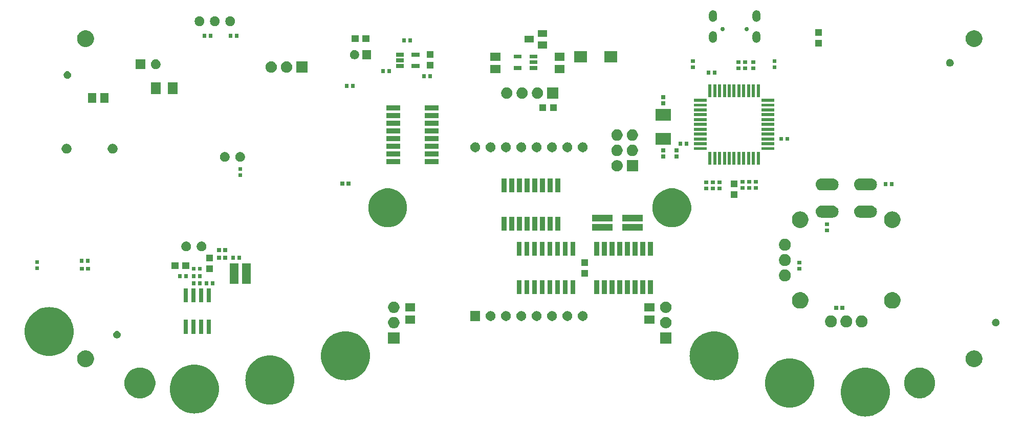
<source format=gbr>
G04 #@! TF.GenerationSoftware,KiCad,Pcbnew,6.0.0-rc1-unknown-ee465fb~66~ubuntu18.04.1*
G04 #@! TF.CreationDate,2018-09-27T12:58:04+03:00*
G04 #@! TF.ProjectId,eduBoard_Rev_A,656475426F6172645F5265765F412E6B,rev?*
G04 #@! TF.SameCoordinates,Original*
G04 #@! TF.FileFunction,Soldermask,Bot*
G04 #@! TF.FilePolarity,Negative*
%FSLAX46Y46*%
G04 Gerber Fmt 4.6, Leading zero omitted, Abs format (unit mm)*
G04 Created by KiCad (PCBNEW 6.0.0-rc1-unknown-ee465fb~66~ubuntu18.04.1) date Thu Sep 27 12:58:04 2018*
%MOMM*%
%LPD*%
G01*
G04 APERTURE LIST*
%ADD10C,0.100000*%
G04 APERTURE END LIST*
D10*
G36*
X185117399Y-79446598D02*
X185141785Y-79449000D01*
X185398990Y-79449000D01*
X186181632Y-79604677D01*
X186597391Y-79776890D01*
X186918868Y-79910050D01*
X187409679Y-80238000D01*
X187582365Y-80353385D01*
X188146615Y-80917635D01*
X188146617Y-80917638D01*
X188589950Y-81581132D01*
X188688216Y-81818367D01*
X188895323Y-82318368D01*
X189051000Y-83101010D01*
X189051000Y-83358215D01*
X189053402Y-83382601D01*
X189064000Y-83435881D01*
X189064000Y-83564119D01*
X189053402Y-83617399D01*
X189051000Y-83641785D01*
X189051000Y-83898990D01*
X188895323Y-84681632D01*
X188769659Y-84985012D01*
X188589950Y-85418868D01*
X188208392Y-85989909D01*
X188146615Y-86082365D01*
X187582365Y-86646615D01*
X187582362Y-86646617D01*
X186918868Y-87089950D01*
X186613495Y-87216439D01*
X186181632Y-87395323D01*
X185398990Y-87551000D01*
X185141785Y-87551000D01*
X185117399Y-87553402D01*
X185064119Y-87564000D01*
X184935881Y-87564000D01*
X184882601Y-87553402D01*
X184858215Y-87551000D01*
X184601010Y-87551000D01*
X183818368Y-87395323D01*
X183386505Y-87216439D01*
X183081132Y-87089950D01*
X182417638Y-86646617D01*
X182417635Y-86646615D01*
X181853385Y-86082365D01*
X181791608Y-85989909D01*
X181410050Y-85418868D01*
X181230341Y-84985012D01*
X181104677Y-84681632D01*
X180949000Y-83898990D01*
X180949000Y-83641785D01*
X180946598Y-83617399D01*
X180936000Y-83564119D01*
X180936000Y-83435881D01*
X180946598Y-83382601D01*
X180949000Y-83358215D01*
X180949000Y-83101010D01*
X181104677Y-82318368D01*
X181311784Y-81818367D01*
X181410050Y-81581132D01*
X181853383Y-80917638D01*
X181853385Y-80917635D01*
X182417635Y-80353385D01*
X182590321Y-80238000D01*
X183081132Y-79910050D01*
X183402609Y-79776890D01*
X183818368Y-79604677D01*
X184601010Y-79449000D01*
X184858215Y-79449000D01*
X184882601Y-79446598D01*
X184935881Y-79436000D01*
X185064119Y-79436000D01*
X185117399Y-79446598D01*
X185117399Y-79446598D01*
G37*
G36*
X74117399Y-78946598D02*
X74141785Y-78949000D01*
X74398990Y-78949000D01*
X75181632Y-79104677D01*
X75601606Y-79278636D01*
X75918868Y-79410050D01*
X76429135Y-79751000D01*
X76582365Y-79853385D01*
X77146615Y-80417635D01*
X77146617Y-80417638D01*
X77589950Y-81081132D01*
X77692201Y-81327988D01*
X77895323Y-81818368D01*
X78051000Y-82601010D01*
X78051000Y-82858215D01*
X78053402Y-82882601D01*
X78064000Y-82935881D01*
X78064000Y-83064119D01*
X78053402Y-83117399D01*
X78051000Y-83141785D01*
X78051000Y-83398990D01*
X77895323Y-84181632D01*
X77783012Y-84452774D01*
X77589950Y-84918868D01*
X77255996Y-85418665D01*
X77146615Y-85582365D01*
X76582365Y-86146615D01*
X76582362Y-86146617D01*
X75918868Y-86589950D01*
X75782066Y-86646615D01*
X75181632Y-86895323D01*
X74398990Y-87051000D01*
X74141785Y-87051000D01*
X74117399Y-87053402D01*
X74064119Y-87064000D01*
X73935881Y-87064000D01*
X73882601Y-87053402D01*
X73858215Y-87051000D01*
X73601010Y-87051000D01*
X72818368Y-86895323D01*
X72217934Y-86646615D01*
X72081132Y-86589950D01*
X71417638Y-86146617D01*
X71417635Y-86146615D01*
X70853385Y-85582365D01*
X70744004Y-85418665D01*
X70410050Y-84918868D01*
X70216988Y-84452774D01*
X70104677Y-84181632D01*
X69949000Y-83398990D01*
X69949000Y-83141785D01*
X69946598Y-83117399D01*
X69936000Y-83064119D01*
X69936000Y-82935881D01*
X69946598Y-82882601D01*
X69949000Y-82858215D01*
X69949000Y-82601010D01*
X70104677Y-81818368D01*
X70307799Y-81327988D01*
X70410050Y-81081132D01*
X70853383Y-80417638D01*
X70853385Y-80417635D01*
X71417635Y-79853385D01*
X71570865Y-79751000D01*
X72081132Y-79410050D01*
X72398394Y-79278636D01*
X72818368Y-79104677D01*
X73601010Y-78949000D01*
X73858215Y-78949000D01*
X73882601Y-78946598D01*
X73935881Y-78936000D01*
X74064119Y-78936000D01*
X74117399Y-78946598D01*
X74117399Y-78946598D01*
G37*
G36*
X172617399Y-77946598D02*
X172641785Y-77949000D01*
X172898990Y-77949000D01*
X173681632Y-78104677D01*
X174097391Y-78276890D01*
X174418868Y-78410050D01*
X174909679Y-78738000D01*
X175082365Y-78853385D01*
X175646615Y-79417635D01*
X175646617Y-79417638D01*
X176089950Y-80081132D01*
X176160311Y-80251000D01*
X176395323Y-80818368D01*
X176551000Y-81601010D01*
X176551000Y-81858215D01*
X176553402Y-81882601D01*
X176564000Y-81935881D01*
X176564000Y-82064119D01*
X176553402Y-82117399D01*
X176551000Y-82141785D01*
X176551000Y-82398990D01*
X176395323Y-83181632D01*
X176231594Y-83576909D01*
X176089950Y-83918868D01*
X175702978Y-84498012D01*
X175646615Y-84582365D01*
X175082365Y-85146615D01*
X175082362Y-85146617D01*
X174418868Y-85589950D01*
X174132991Y-85708364D01*
X173681632Y-85895323D01*
X172898990Y-86051000D01*
X172641785Y-86051000D01*
X172617399Y-86053402D01*
X172564119Y-86064000D01*
X172435881Y-86064000D01*
X172382601Y-86053402D01*
X172358215Y-86051000D01*
X172101010Y-86051000D01*
X171318368Y-85895323D01*
X170867009Y-85708364D01*
X170581132Y-85589950D01*
X169917638Y-85146617D01*
X169917635Y-85146615D01*
X169353385Y-84582365D01*
X169297022Y-84498012D01*
X168910050Y-83918868D01*
X168768406Y-83576909D01*
X168604677Y-83181632D01*
X168449000Y-82398990D01*
X168449000Y-82141785D01*
X168446598Y-82117399D01*
X168436000Y-82064119D01*
X168436000Y-81935881D01*
X168446598Y-81882601D01*
X168449000Y-81858215D01*
X168449000Y-81601010D01*
X168604677Y-80818368D01*
X168839689Y-80251000D01*
X168910050Y-80081132D01*
X169353383Y-79417638D01*
X169353385Y-79417635D01*
X169917635Y-78853385D01*
X170090321Y-78738000D01*
X170581132Y-78410050D01*
X170902609Y-78276890D01*
X171318368Y-78104677D01*
X172101010Y-77949000D01*
X172358215Y-77949000D01*
X172382601Y-77946598D01*
X172435881Y-77936000D01*
X172564119Y-77936000D01*
X172617399Y-77946598D01*
X172617399Y-77946598D01*
G37*
G36*
X86617399Y-77446598D02*
X86641785Y-77449000D01*
X86898990Y-77449000D01*
X87681632Y-77604677D01*
X88101606Y-77778636D01*
X88418868Y-77910050D01*
X88779651Y-78151118D01*
X89082365Y-78353385D01*
X89646615Y-78917635D01*
X89646617Y-78917638D01*
X90089950Y-79581132D01*
X90176420Y-79789890D01*
X90395323Y-80318368D01*
X90551000Y-81101010D01*
X90551000Y-81358215D01*
X90553402Y-81382601D01*
X90564000Y-81435881D01*
X90564000Y-81564119D01*
X90553402Y-81617399D01*
X90551000Y-81641785D01*
X90551000Y-81898990D01*
X90395323Y-82681632D01*
X90228237Y-83085012D01*
X90089950Y-83418868D01*
X89811310Y-83835882D01*
X89646615Y-84082365D01*
X89082365Y-84646615D01*
X89082362Y-84646617D01*
X88418868Y-85089950D01*
X88282066Y-85146615D01*
X87681632Y-85395323D01*
X86898990Y-85551000D01*
X86641785Y-85551000D01*
X86617399Y-85553402D01*
X86564119Y-85564000D01*
X86435881Y-85564000D01*
X86382601Y-85553402D01*
X86358215Y-85551000D01*
X86101010Y-85551000D01*
X85318368Y-85395323D01*
X84717934Y-85146615D01*
X84581132Y-85089950D01*
X83917638Y-84646617D01*
X83917635Y-84646615D01*
X83353385Y-84082365D01*
X83188690Y-83835882D01*
X82910050Y-83418868D01*
X82771763Y-83085012D01*
X82604677Y-82681632D01*
X82449000Y-81898990D01*
X82449000Y-81641785D01*
X82446598Y-81617399D01*
X82436000Y-81564119D01*
X82436000Y-81435881D01*
X82446598Y-81382601D01*
X82449000Y-81358215D01*
X82449000Y-81101010D01*
X82604677Y-80318368D01*
X82823580Y-79789890D01*
X82910050Y-79581132D01*
X83353383Y-78917638D01*
X83353385Y-78917635D01*
X83917635Y-78353385D01*
X84220349Y-78151118D01*
X84581132Y-77910050D01*
X84898394Y-77778636D01*
X85318368Y-77604677D01*
X86101010Y-77449000D01*
X86358215Y-77449000D01*
X86382601Y-77446598D01*
X86435881Y-77436000D01*
X86564119Y-77436000D01*
X86617399Y-77446598D01*
X86617399Y-77446598D01*
G37*
G36*
X65431271Y-79485012D02*
X65744041Y-79547226D01*
X65882742Y-79604678D01*
X66208256Y-79739510D01*
X66626043Y-80018666D01*
X66981334Y-80373957D01*
X67260490Y-80791744D01*
X67337274Y-80977118D01*
X67440358Y-81225983D01*
X67452774Y-81255960D01*
X67550800Y-81748767D01*
X67550800Y-82251233D01*
X67452774Y-82744040D01*
X67260490Y-83208256D01*
X66981334Y-83626043D01*
X66626043Y-83981334D01*
X66208256Y-84260490D01*
X65936325Y-84373127D01*
X65744041Y-84452774D01*
X65622706Y-84476909D01*
X65251233Y-84550800D01*
X64748767Y-84550800D01*
X64377294Y-84476909D01*
X64255959Y-84452774D01*
X64063675Y-84373127D01*
X63791744Y-84260490D01*
X63373957Y-83981334D01*
X63018666Y-83626043D01*
X62739510Y-83208256D01*
X62547226Y-82744040D01*
X62449200Y-82251233D01*
X62449200Y-81748767D01*
X62547226Y-81255960D01*
X62559643Y-81225983D01*
X62662726Y-80977118D01*
X62739510Y-80791744D01*
X63018666Y-80373957D01*
X63373957Y-80018666D01*
X63791744Y-79739510D01*
X64117258Y-79604678D01*
X64255959Y-79547226D01*
X64568729Y-79485012D01*
X64748767Y-79449200D01*
X65251233Y-79449200D01*
X65431271Y-79485012D01*
X65431271Y-79485012D01*
G37*
G36*
X194431271Y-79485012D02*
X194744041Y-79547226D01*
X194882742Y-79604678D01*
X195208256Y-79739510D01*
X195626043Y-80018666D01*
X195981334Y-80373957D01*
X196260490Y-80791744D01*
X196337274Y-80977118D01*
X196440358Y-81225983D01*
X196452774Y-81255960D01*
X196550800Y-81748767D01*
X196550800Y-82251233D01*
X196452774Y-82744040D01*
X196260490Y-83208256D01*
X195981334Y-83626043D01*
X195626043Y-83981334D01*
X195208256Y-84260490D01*
X194936325Y-84373127D01*
X194744041Y-84452774D01*
X194622706Y-84476909D01*
X194251233Y-84550800D01*
X193748767Y-84550800D01*
X193377294Y-84476909D01*
X193255959Y-84452774D01*
X193063675Y-84373127D01*
X192791744Y-84260490D01*
X192373957Y-83981334D01*
X192018666Y-83626043D01*
X191739510Y-83208256D01*
X191547226Y-82744040D01*
X191449200Y-82251233D01*
X191449200Y-81748767D01*
X191547226Y-81255960D01*
X191559643Y-81225983D01*
X191662726Y-80977118D01*
X191739510Y-80791744D01*
X192018666Y-80373957D01*
X192373957Y-80018666D01*
X192791744Y-79739510D01*
X193117258Y-79604678D01*
X193255959Y-79547226D01*
X193568729Y-79485012D01*
X193748767Y-79449200D01*
X194251233Y-79449200D01*
X194431271Y-79485012D01*
X194431271Y-79485012D01*
G37*
G36*
X160117399Y-73446598D02*
X160141785Y-73449000D01*
X160398990Y-73449000D01*
X161181632Y-73604677D01*
X161419014Y-73703004D01*
X161918868Y-73910050D01*
X162279651Y-74151118D01*
X162582365Y-74353385D01*
X163146615Y-74917635D01*
X163146617Y-74917638D01*
X163589950Y-75581132D01*
X163629622Y-75676909D01*
X163895323Y-76318368D01*
X164051000Y-77101010D01*
X164051000Y-77358215D01*
X164053402Y-77382601D01*
X164064000Y-77435881D01*
X164064000Y-77564119D01*
X164053402Y-77617399D01*
X164051000Y-77641785D01*
X164051000Y-77898990D01*
X163895323Y-78681632D01*
X163806792Y-78895364D01*
X163589950Y-79418868D01*
X163262879Y-79908364D01*
X163146615Y-80082365D01*
X162582365Y-80646615D01*
X162582362Y-80646617D01*
X161918868Y-81089950D01*
X161613495Y-81216439D01*
X161181632Y-81395323D01*
X160398990Y-81551000D01*
X160141785Y-81551000D01*
X160117399Y-81553402D01*
X160064119Y-81564000D01*
X159935881Y-81564000D01*
X159882601Y-81553402D01*
X159858215Y-81551000D01*
X159601010Y-81551000D01*
X158818368Y-81395323D01*
X158386505Y-81216439D01*
X158081132Y-81089950D01*
X157417638Y-80646617D01*
X157417635Y-80646615D01*
X156853385Y-80082365D01*
X156737121Y-79908364D01*
X156410050Y-79418868D01*
X156193208Y-78895364D01*
X156104677Y-78681632D01*
X155949000Y-77898990D01*
X155949000Y-77641785D01*
X155946598Y-77617399D01*
X155936000Y-77564119D01*
X155936000Y-77435881D01*
X155946598Y-77382601D01*
X155949000Y-77358215D01*
X155949000Y-77101010D01*
X156104677Y-76318368D01*
X156370378Y-75676909D01*
X156410050Y-75581132D01*
X156853383Y-74917638D01*
X156853385Y-74917635D01*
X157417635Y-74353385D01*
X157720349Y-74151118D01*
X158081132Y-73910050D01*
X158580986Y-73703004D01*
X158818368Y-73604677D01*
X159601010Y-73449000D01*
X159858215Y-73449000D01*
X159882601Y-73446598D01*
X159935881Y-73436000D01*
X160064119Y-73436000D01*
X160117399Y-73446598D01*
X160117399Y-73446598D01*
G37*
G36*
X99117399Y-73446598D02*
X99141785Y-73449000D01*
X99398990Y-73449000D01*
X100181632Y-73604677D01*
X100419014Y-73703004D01*
X100918868Y-73910050D01*
X101279651Y-74151118D01*
X101582365Y-74353385D01*
X102146615Y-74917635D01*
X102146617Y-74917638D01*
X102589950Y-75581132D01*
X102629622Y-75676909D01*
X102895323Y-76318368D01*
X103051000Y-77101010D01*
X103051000Y-77358215D01*
X103053402Y-77382601D01*
X103064000Y-77435881D01*
X103064000Y-77564119D01*
X103053402Y-77617399D01*
X103051000Y-77641785D01*
X103051000Y-77898990D01*
X102895323Y-78681632D01*
X102806792Y-78895364D01*
X102589950Y-79418868D01*
X102262879Y-79908364D01*
X102146615Y-80082365D01*
X101582365Y-80646615D01*
X101582362Y-80646617D01*
X100918868Y-81089950D01*
X100613495Y-81216439D01*
X100181632Y-81395323D01*
X99398990Y-81551000D01*
X99141785Y-81551000D01*
X99117399Y-81553402D01*
X99064119Y-81564000D01*
X98935881Y-81564000D01*
X98882601Y-81553402D01*
X98858215Y-81551000D01*
X98601010Y-81551000D01*
X97818368Y-81395323D01*
X97386505Y-81216439D01*
X97081132Y-81089950D01*
X96417638Y-80646617D01*
X96417635Y-80646615D01*
X95853385Y-80082365D01*
X95737121Y-79908364D01*
X95410050Y-79418868D01*
X95193208Y-78895364D01*
X95104677Y-78681632D01*
X94949000Y-77898990D01*
X94949000Y-77641785D01*
X94946598Y-77617399D01*
X94936000Y-77564119D01*
X94936000Y-77435881D01*
X94946598Y-77382601D01*
X94949000Y-77358215D01*
X94949000Y-77101010D01*
X95104677Y-76318368D01*
X95370378Y-75676909D01*
X95410050Y-75581132D01*
X95853383Y-74917638D01*
X95853385Y-74917635D01*
X96417635Y-74353385D01*
X96720349Y-74151118D01*
X97081132Y-73910050D01*
X97580986Y-73703004D01*
X97818368Y-73604677D01*
X98601010Y-73449000D01*
X98858215Y-73449000D01*
X98882601Y-73446598D01*
X98935881Y-73436000D01*
X99064119Y-73436000D01*
X99117399Y-73446598D01*
X99117399Y-73446598D01*
G37*
G36*
X203408597Y-76653031D02*
X203577782Y-76723110D01*
X203663528Y-76758627D01*
X203892958Y-76911927D01*
X204088073Y-77107042D01*
X204235704Y-77327988D01*
X204241373Y-77336472D01*
X204346969Y-77591403D01*
X204400800Y-77862032D01*
X204400800Y-78137968D01*
X204346969Y-78408597D01*
X204299544Y-78523091D01*
X204241373Y-78663528D01*
X204088073Y-78892958D01*
X203892958Y-79088073D01*
X203668576Y-79238000D01*
X203663528Y-79241373D01*
X203408597Y-79346969D01*
X203137968Y-79400800D01*
X202862032Y-79400800D01*
X202591403Y-79346969D01*
X202336472Y-79241373D01*
X202331424Y-79238000D01*
X202107042Y-79088073D01*
X201911927Y-78892958D01*
X201758627Y-78663528D01*
X201700456Y-78523091D01*
X201653031Y-78408597D01*
X201599200Y-78137968D01*
X201599200Y-77862032D01*
X201653031Y-77591403D01*
X201758627Y-77336472D01*
X201764296Y-77327988D01*
X201911927Y-77107042D01*
X202107042Y-76911927D01*
X202336472Y-76758627D01*
X202422218Y-76723110D01*
X202591403Y-76653031D01*
X202862032Y-76599200D01*
X203137968Y-76599200D01*
X203408597Y-76653031D01*
X203408597Y-76653031D01*
G37*
G36*
X56408597Y-76653031D02*
X56577782Y-76723110D01*
X56663528Y-76758627D01*
X56892958Y-76911927D01*
X57088073Y-77107042D01*
X57235704Y-77327988D01*
X57241373Y-77336472D01*
X57346969Y-77591403D01*
X57400800Y-77862032D01*
X57400800Y-78137968D01*
X57346969Y-78408597D01*
X57299544Y-78523091D01*
X57241373Y-78663528D01*
X57088073Y-78892958D01*
X56892958Y-79088073D01*
X56668576Y-79238000D01*
X56663528Y-79241373D01*
X56408597Y-79346969D01*
X56137968Y-79400800D01*
X55862032Y-79400800D01*
X55591403Y-79346969D01*
X55336472Y-79241373D01*
X55331424Y-79238000D01*
X55107042Y-79088073D01*
X54911927Y-78892958D01*
X54758627Y-78663528D01*
X54700456Y-78523091D01*
X54653031Y-78408597D01*
X54599200Y-78137968D01*
X54599200Y-77862032D01*
X54653031Y-77591403D01*
X54758627Y-77336472D01*
X54764296Y-77327988D01*
X54911927Y-77107042D01*
X55107042Y-76911927D01*
X55336472Y-76758627D01*
X55422218Y-76723110D01*
X55591403Y-76653031D01*
X55862032Y-76599200D01*
X56137968Y-76599200D01*
X56408597Y-76653031D01*
X56408597Y-76653031D01*
G37*
G36*
X50117399Y-69446598D02*
X50141785Y-69449000D01*
X50398990Y-69449000D01*
X51181632Y-69604677D01*
X51601606Y-69778636D01*
X51918868Y-69910050D01*
X52491753Y-70292840D01*
X52582365Y-70353385D01*
X53146615Y-70917635D01*
X53146617Y-70917638D01*
X53589950Y-71581132D01*
X53660311Y-71751000D01*
X53895323Y-72318368D01*
X54051000Y-73101010D01*
X54051000Y-73358215D01*
X54053402Y-73382601D01*
X54064000Y-73435881D01*
X54064000Y-73564119D01*
X54053402Y-73617399D01*
X54051000Y-73641785D01*
X54051000Y-73898990D01*
X53895323Y-74681632D01*
X53800684Y-74910110D01*
X53589950Y-75418868D01*
X53465136Y-75605665D01*
X53146615Y-76082365D01*
X52582365Y-76646615D01*
X52582362Y-76646617D01*
X51918868Y-77089950D01*
X51613495Y-77216439D01*
X51181632Y-77395323D01*
X50398990Y-77551000D01*
X50141785Y-77551000D01*
X50117399Y-77553402D01*
X50064119Y-77564000D01*
X49935881Y-77564000D01*
X49882601Y-77553402D01*
X49858215Y-77551000D01*
X49601010Y-77551000D01*
X48818368Y-77395323D01*
X48386505Y-77216439D01*
X48081132Y-77089950D01*
X47417638Y-76646617D01*
X47417635Y-76646615D01*
X46853385Y-76082365D01*
X46534864Y-75605665D01*
X46410050Y-75418868D01*
X46199316Y-74910110D01*
X46104677Y-74681632D01*
X45949000Y-73898990D01*
X45949000Y-73641785D01*
X45946598Y-73617399D01*
X45936000Y-73564119D01*
X45936000Y-73435881D01*
X45946598Y-73382601D01*
X45949000Y-73358215D01*
X45949000Y-73101010D01*
X46104677Y-72318368D01*
X46339689Y-71751000D01*
X46410050Y-71581132D01*
X46853383Y-70917638D01*
X46853385Y-70917635D01*
X47417635Y-70353385D01*
X47508247Y-70292840D01*
X48081132Y-69910050D01*
X48398394Y-69778636D01*
X48818368Y-69604677D01*
X49601010Y-69449000D01*
X49858215Y-69449000D01*
X49882601Y-69446598D01*
X49935881Y-69436000D01*
X50064119Y-69436000D01*
X50117399Y-69446598D01*
X50117399Y-69446598D01*
G37*
G36*
X107939800Y-75479800D02*
X106060200Y-75479800D01*
X106060200Y-73600200D01*
X107939800Y-73600200D01*
X107939800Y-75479800D01*
X107939800Y-75479800D01*
G37*
G36*
X152939800Y-75479800D02*
X151060200Y-75479800D01*
X151060200Y-73600200D01*
X152939800Y-73600200D01*
X152939800Y-75479800D01*
X152939800Y-75479800D01*
G37*
G36*
X61382889Y-73397095D02*
X61496996Y-73444359D01*
X61599692Y-73512979D01*
X61687021Y-73600308D01*
X61755641Y-73703004D01*
X61802905Y-73817111D01*
X61827000Y-73938244D01*
X61827000Y-74061756D01*
X61802905Y-74182889D01*
X61755641Y-74296996D01*
X61687021Y-74399692D01*
X61599692Y-74487021D01*
X61496996Y-74555641D01*
X61382889Y-74602905D01*
X61261756Y-74627000D01*
X61138244Y-74627000D01*
X61017111Y-74602905D01*
X60903004Y-74555641D01*
X60800308Y-74487021D01*
X60712979Y-74399692D01*
X60644359Y-74296996D01*
X60597095Y-74182889D01*
X60573000Y-74061756D01*
X60573000Y-73938244D01*
X60597095Y-73817111D01*
X60644359Y-73703004D01*
X60712979Y-73600308D01*
X60800308Y-73512979D01*
X60903004Y-73444359D01*
X61017111Y-73397095D01*
X61138244Y-73373000D01*
X61261756Y-73373000D01*
X61382889Y-73397095D01*
X61382889Y-73397095D01*
G37*
G36*
X75485800Y-73850800D02*
X74784200Y-73850800D01*
X74784200Y-71549200D01*
X75485800Y-71549200D01*
X75485800Y-73850800D01*
X75485800Y-73850800D01*
G37*
G36*
X72945800Y-73850800D02*
X72244200Y-73850800D01*
X72244200Y-71549200D01*
X72945800Y-71549200D01*
X72945800Y-73850800D01*
X72945800Y-73850800D01*
G37*
G36*
X76755800Y-73850800D02*
X76054200Y-73850800D01*
X76054200Y-71549200D01*
X76755800Y-71549200D01*
X76755800Y-73850800D01*
X76755800Y-73850800D01*
G37*
G36*
X74215800Y-73850800D02*
X73514200Y-73850800D01*
X73514200Y-71549200D01*
X74215800Y-71549200D01*
X74215800Y-73850800D01*
X74215800Y-73850800D01*
G37*
G36*
X107183346Y-71078258D02*
X107274129Y-71096316D01*
X107445162Y-71167160D01*
X107597009Y-71268621D01*
X107599090Y-71270012D01*
X107729988Y-71400910D01*
X107729990Y-71400913D01*
X107832840Y-71554838D01*
X107903684Y-71725871D01*
X107939800Y-71907438D01*
X107939800Y-72092562D01*
X107903684Y-72274129D01*
X107832840Y-72445162D01*
X107759020Y-72555641D01*
X107729988Y-72599090D01*
X107599090Y-72729988D01*
X107599087Y-72729990D01*
X107445162Y-72832840D01*
X107274129Y-72903684D01*
X107183346Y-72921742D01*
X107092564Y-72939800D01*
X106907436Y-72939800D01*
X106816654Y-72921742D01*
X106725871Y-72903684D01*
X106554838Y-72832840D01*
X106400913Y-72729990D01*
X106400910Y-72729988D01*
X106270012Y-72599090D01*
X106240980Y-72555641D01*
X106167160Y-72445162D01*
X106096316Y-72274129D01*
X106060200Y-72092562D01*
X106060200Y-71907438D01*
X106096316Y-71725871D01*
X106167160Y-71554838D01*
X106270010Y-71400913D01*
X106270012Y-71400910D01*
X106400910Y-71270012D01*
X106402991Y-71268621D01*
X106554838Y-71167160D01*
X106725871Y-71096316D01*
X106816654Y-71078258D01*
X106907436Y-71060200D01*
X107092564Y-71060200D01*
X107183346Y-71078258D01*
X107183346Y-71078258D01*
G37*
G36*
X152183346Y-71078258D02*
X152274129Y-71096316D01*
X152445162Y-71167160D01*
X152597009Y-71268621D01*
X152599090Y-71270012D01*
X152729988Y-71400910D01*
X152729990Y-71400913D01*
X152832840Y-71554838D01*
X152903684Y-71725871D01*
X152939800Y-71907438D01*
X152939800Y-72092562D01*
X152903684Y-72274129D01*
X152832840Y-72445162D01*
X152759020Y-72555641D01*
X152729988Y-72599090D01*
X152599090Y-72729988D01*
X152599087Y-72729990D01*
X152445162Y-72832840D01*
X152274129Y-72903684D01*
X152183346Y-72921742D01*
X152092564Y-72939800D01*
X151907436Y-72939800D01*
X151816654Y-72921742D01*
X151725871Y-72903684D01*
X151554838Y-72832840D01*
X151400913Y-72729990D01*
X151400910Y-72729988D01*
X151270012Y-72599090D01*
X151240980Y-72555641D01*
X151167160Y-72445162D01*
X151096316Y-72274129D01*
X151060200Y-72092562D01*
X151060200Y-71907438D01*
X151096316Y-71725871D01*
X151167160Y-71554838D01*
X151270010Y-71400913D01*
X151270012Y-71400910D01*
X151400910Y-71270012D01*
X151402991Y-71268621D01*
X151554838Y-71167160D01*
X151725871Y-71096316D01*
X151816654Y-71078258D01*
X151907436Y-71060200D01*
X152092564Y-71060200D01*
X152183346Y-71078258D01*
X152183346Y-71078258D01*
G37*
G36*
X179618947Y-70857468D02*
X179799224Y-70932141D01*
X179961474Y-71040553D01*
X180099447Y-71178526D01*
X180207859Y-71340776D01*
X180282532Y-71521053D01*
X180320600Y-71712433D01*
X180320600Y-71907567D01*
X180282532Y-72098947D01*
X180207859Y-72279224D01*
X180099447Y-72441474D01*
X179961474Y-72579447D01*
X179799224Y-72687859D01*
X179618947Y-72762532D01*
X179427567Y-72800600D01*
X179232433Y-72800600D01*
X179041053Y-72762532D01*
X178860776Y-72687859D01*
X178698526Y-72579447D01*
X178560553Y-72441474D01*
X178452141Y-72279224D01*
X178377468Y-72098947D01*
X178339400Y-71907567D01*
X178339400Y-71712433D01*
X178377468Y-71521053D01*
X178452141Y-71340776D01*
X178560553Y-71178526D01*
X178698526Y-71040553D01*
X178860776Y-70932141D01*
X179041053Y-70857468D01*
X179232433Y-70819400D01*
X179427567Y-70819400D01*
X179618947Y-70857468D01*
X179618947Y-70857468D01*
G37*
G36*
X182158947Y-70857468D02*
X182339224Y-70932141D01*
X182501474Y-71040553D01*
X182639447Y-71178526D01*
X182747859Y-71340776D01*
X182822532Y-71521053D01*
X182860600Y-71712433D01*
X182860600Y-71907567D01*
X182822532Y-72098947D01*
X182747859Y-72279224D01*
X182639447Y-72441474D01*
X182501474Y-72579447D01*
X182339224Y-72687859D01*
X182158947Y-72762532D01*
X181967567Y-72800600D01*
X181772433Y-72800600D01*
X181581053Y-72762532D01*
X181400776Y-72687859D01*
X181238526Y-72579447D01*
X181100553Y-72441474D01*
X180992141Y-72279224D01*
X180917468Y-72098947D01*
X180879400Y-71907567D01*
X180879400Y-71712433D01*
X180917468Y-71521053D01*
X180992141Y-71340776D01*
X181100553Y-71178526D01*
X181238526Y-71040553D01*
X181400776Y-70932141D01*
X181581053Y-70857468D01*
X181772433Y-70819400D01*
X181967567Y-70819400D01*
X182158947Y-70857468D01*
X182158947Y-70857468D01*
G37*
G36*
X184698947Y-70857468D02*
X184879224Y-70932141D01*
X185041474Y-71040553D01*
X185179447Y-71178526D01*
X185287859Y-71340776D01*
X185362532Y-71521053D01*
X185400600Y-71712433D01*
X185400600Y-71907567D01*
X185362532Y-72098947D01*
X185287859Y-72279224D01*
X185179447Y-72441474D01*
X185041474Y-72579447D01*
X184879224Y-72687859D01*
X184698947Y-72762532D01*
X184507567Y-72800600D01*
X184312433Y-72800600D01*
X184121053Y-72762532D01*
X183940776Y-72687859D01*
X183778526Y-72579447D01*
X183640553Y-72441474D01*
X183532141Y-72279224D01*
X183457468Y-72098947D01*
X183419400Y-71907567D01*
X183419400Y-71712433D01*
X183457468Y-71521053D01*
X183532141Y-71340776D01*
X183640553Y-71178526D01*
X183778526Y-71040553D01*
X183940776Y-70932141D01*
X184121053Y-70857468D01*
X184312433Y-70819400D01*
X184507567Y-70819400D01*
X184698947Y-70857468D01*
X184698947Y-70857468D01*
G37*
G36*
X206782889Y-71397095D02*
X206896996Y-71444359D01*
X206999692Y-71512979D01*
X207087021Y-71600308D01*
X207155641Y-71703004D01*
X207202905Y-71817111D01*
X207227000Y-71938244D01*
X207227000Y-72061756D01*
X207202905Y-72182889D01*
X207155641Y-72296996D01*
X207087021Y-72399692D01*
X206999692Y-72487021D01*
X206896996Y-72555641D01*
X206782889Y-72602905D01*
X206661756Y-72627000D01*
X206538244Y-72627000D01*
X206417111Y-72602905D01*
X206303004Y-72555641D01*
X206200308Y-72487021D01*
X206112979Y-72399692D01*
X206044359Y-72296996D01*
X205997095Y-72182889D01*
X205973000Y-72061756D01*
X205973000Y-71938244D01*
X205997095Y-71817111D01*
X206044359Y-71703004D01*
X206112979Y-71600308D01*
X206200308Y-71512979D01*
X206303004Y-71444359D01*
X206417111Y-71397095D01*
X206538244Y-71373000D01*
X206661756Y-71373000D01*
X206782889Y-71397095D01*
X206782889Y-71397095D01*
G37*
G36*
X110512800Y-72201800D02*
X108887200Y-72201800D01*
X108887200Y-70830200D01*
X110512800Y-70830200D01*
X110512800Y-72201800D01*
X110512800Y-72201800D01*
G37*
G36*
X150112800Y-72201800D02*
X148487200Y-72201800D01*
X148487200Y-70830200D01*
X150112800Y-70830200D01*
X150112800Y-72201800D01*
X150112800Y-72201800D01*
G37*
G36*
X138497142Y-70138242D02*
X138645102Y-70199530D01*
X138712130Y-70244317D01*
X138760880Y-70276890D01*
X138778258Y-70288502D01*
X138891498Y-70401742D01*
X138980470Y-70534898D01*
X139041758Y-70682858D01*
X139073000Y-70839925D01*
X139073000Y-71000075D01*
X139041758Y-71157142D01*
X139032900Y-71178526D01*
X138980471Y-71305100D01*
X138891499Y-71438257D01*
X138778257Y-71551499D01*
X138733908Y-71581132D01*
X138645102Y-71640470D01*
X138497142Y-71701758D01*
X138340075Y-71733000D01*
X138179925Y-71733000D01*
X138022858Y-71701758D01*
X137874898Y-71640470D01*
X137786092Y-71581132D01*
X137741743Y-71551499D01*
X137628501Y-71438257D01*
X137539529Y-71305100D01*
X137487100Y-71178526D01*
X137478242Y-71157142D01*
X137447000Y-71000075D01*
X137447000Y-70839925D01*
X137478242Y-70682858D01*
X137539530Y-70534898D01*
X137628502Y-70401742D01*
X137741742Y-70288502D01*
X137759121Y-70276890D01*
X137807870Y-70244317D01*
X137874898Y-70199530D01*
X138022858Y-70138242D01*
X138179925Y-70107000D01*
X138340075Y-70107000D01*
X138497142Y-70138242D01*
X138497142Y-70138242D01*
G37*
G36*
X121293000Y-71733000D02*
X119667000Y-71733000D01*
X119667000Y-70107000D01*
X121293000Y-70107000D01*
X121293000Y-71733000D01*
X121293000Y-71733000D01*
G37*
G36*
X123257142Y-70138242D02*
X123405102Y-70199530D01*
X123472130Y-70244317D01*
X123520880Y-70276890D01*
X123538258Y-70288502D01*
X123651498Y-70401742D01*
X123740470Y-70534898D01*
X123801758Y-70682858D01*
X123833000Y-70839925D01*
X123833000Y-71000075D01*
X123801758Y-71157142D01*
X123792900Y-71178526D01*
X123740471Y-71305100D01*
X123651499Y-71438257D01*
X123538257Y-71551499D01*
X123493908Y-71581132D01*
X123405102Y-71640470D01*
X123257142Y-71701758D01*
X123100075Y-71733000D01*
X122939925Y-71733000D01*
X122782858Y-71701758D01*
X122634898Y-71640470D01*
X122546092Y-71581132D01*
X122501743Y-71551499D01*
X122388501Y-71438257D01*
X122299529Y-71305100D01*
X122247100Y-71178526D01*
X122238242Y-71157142D01*
X122207000Y-71000075D01*
X122207000Y-70839925D01*
X122238242Y-70682858D01*
X122299530Y-70534898D01*
X122388502Y-70401742D01*
X122501742Y-70288502D01*
X122519121Y-70276890D01*
X122567870Y-70244317D01*
X122634898Y-70199530D01*
X122782858Y-70138242D01*
X122939925Y-70107000D01*
X123100075Y-70107000D01*
X123257142Y-70138242D01*
X123257142Y-70138242D01*
G37*
G36*
X125797142Y-70138242D02*
X125945102Y-70199530D01*
X126012130Y-70244317D01*
X126060880Y-70276890D01*
X126078258Y-70288502D01*
X126191498Y-70401742D01*
X126280470Y-70534898D01*
X126341758Y-70682858D01*
X126373000Y-70839925D01*
X126373000Y-71000075D01*
X126341758Y-71157142D01*
X126332900Y-71178526D01*
X126280471Y-71305100D01*
X126191499Y-71438257D01*
X126078257Y-71551499D01*
X126033908Y-71581132D01*
X125945102Y-71640470D01*
X125797142Y-71701758D01*
X125640075Y-71733000D01*
X125479925Y-71733000D01*
X125322858Y-71701758D01*
X125174898Y-71640470D01*
X125086092Y-71581132D01*
X125041743Y-71551499D01*
X124928501Y-71438257D01*
X124839529Y-71305100D01*
X124787100Y-71178526D01*
X124778242Y-71157142D01*
X124747000Y-71000075D01*
X124747000Y-70839925D01*
X124778242Y-70682858D01*
X124839530Y-70534898D01*
X124928502Y-70401742D01*
X125041742Y-70288502D01*
X125059121Y-70276890D01*
X125107870Y-70244317D01*
X125174898Y-70199530D01*
X125322858Y-70138242D01*
X125479925Y-70107000D01*
X125640075Y-70107000D01*
X125797142Y-70138242D01*
X125797142Y-70138242D01*
G37*
G36*
X128337142Y-70138242D02*
X128485102Y-70199530D01*
X128552130Y-70244317D01*
X128600880Y-70276890D01*
X128618258Y-70288502D01*
X128731498Y-70401742D01*
X128820470Y-70534898D01*
X128881758Y-70682858D01*
X128913000Y-70839925D01*
X128913000Y-71000075D01*
X128881758Y-71157142D01*
X128872900Y-71178526D01*
X128820471Y-71305100D01*
X128731499Y-71438257D01*
X128618257Y-71551499D01*
X128573908Y-71581132D01*
X128485102Y-71640470D01*
X128337142Y-71701758D01*
X128180075Y-71733000D01*
X128019925Y-71733000D01*
X127862858Y-71701758D01*
X127714898Y-71640470D01*
X127626092Y-71581132D01*
X127581743Y-71551499D01*
X127468501Y-71438257D01*
X127379529Y-71305100D01*
X127327100Y-71178526D01*
X127318242Y-71157142D01*
X127287000Y-71000075D01*
X127287000Y-70839925D01*
X127318242Y-70682858D01*
X127379530Y-70534898D01*
X127468502Y-70401742D01*
X127581742Y-70288502D01*
X127599121Y-70276890D01*
X127647870Y-70244317D01*
X127714898Y-70199530D01*
X127862858Y-70138242D01*
X128019925Y-70107000D01*
X128180075Y-70107000D01*
X128337142Y-70138242D01*
X128337142Y-70138242D01*
G37*
G36*
X130877142Y-70138242D02*
X131025102Y-70199530D01*
X131092130Y-70244317D01*
X131140880Y-70276890D01*
X131158258Y-70288502D01*
X131271498Y-70401742D01*
X131360470Y-70534898D01*
X131421758Y-70682858D01*
X131453000Y-70839925D01*
X131453000Y-71000075D01*
X131421758Y-71157142D01*
X131412900Y-71178526D01*
X131360471Y-71305100D01*
X131271499Y-71438257D01*
X131158257Y-71551499D01*
X131113908Y-71581132D01*
X131025102Y-71640470D01*
X130877142Y-71701758D01*
X130720075Y-71733000D01*
X130559925Y-71733000D01*
X130402858Y-71701758D01*
X130254898Y-71640470D01*
X130166092Y-71581132D01*
X130121743Y-71551499D01*
X130008501Y-71438257D01*
X129919529Y-71305100D01*
X129867100Y-71178526D01*
X129858242Y-71157142D01*
X129827000Y-71000075D01*
X129827000Y-70839925D01*
X129858242Y-70682858D01*
X129919530Y-70534898D01*
X130008502Y-70401742D01*
X130121742Y-70288502D01*
X130139121Y-70276890D01*
X130187870Y-70244317D01*
X130254898Y-70199530D01*
X130402858Y-70138242D01*
X130559925Y-70107000D01*
X130720075Y-70107000D01*
X130877142Y-70138242D01*
X130877142Y-70138242D01*
G37*
G36*
X133417142Y-70138242D02*
X133565102Y-70199530D01*
X133632130Y-70244317D01*
X133680880Y-70276890D01*
X133698258Y-70288502D01*
X133811498Y-70401742D01*
X133900470Y-70534898D01*
X133961758Y-70682858D01*
X133993000Y-70839925D01*
X133993000Y-71000075D01*
X133961758Y-71157142D01*
X133952900Y-71178526D01*
X133900471Y-71305100D01*
X133811499Y-71438257D01*
X133698257Y-71551499D01*
X133653908Y-71581132D01*
X133565102Y-71640470D01*
X133417142Y-71701758D01*
X133260075Y-71733000D01*
X133099925Y-71733000D01*
X132942858Y-71701758D01*
X132794898Y-71640470D01*
X132706092Y-71581132D01*
X132661743Y-71551499D01*
X132548501Y-71438257D01*
X132459529Y-71305100D01*
X132407100Y-71178526D01*
X132398242Y-71157142D01*
X132367000Y-71000075D01*
X132367000Y-70839925D01*
X132398242Y-70682858D01*
X132459530Y-70534898D01*
X132548502Y-70401742D01*
X132661742Y-70288502D01*
X132679121Y-70276890D01*
X132727870Y-70244317D01*
X132794898Y-70199530D01*
X132942858Y-70138242D01*
X133099925Y-70107000D01*
X133260075Y-70107000D01*
X133417142Y-70138242D01*
X133417142Y-70138242D01*
G37*
G36*
X135957142Y-70138242D02*
X136105102Y-70199530D01*
X136172130Y-70244317D01*
X136220880Y-70276890D01*
X136238258Y-70288502D01*
X136351498Y-70401742D01*
X136440470Y-70534898D01*
X136501758Y-70682858D01*
X136533000Y-70839925D01*
X136533000Y-71000075D01*
X136501758Y-71157142D01*
X136492900Y-71178526D01*
X136440471Y-71305100D01*
X136351499Y-71438257D01*
X136238257Y-71551499D01*
X136193908Y-71581132D01*
X136105102Y-71640470D01*
X135957142Y-71701758D01*
X135800075Y-71733000D01*
X135639925Y-71733000D01*
X135482858Y-71701758D01*
X135334898Y-71640470D01*
X135246092Y-71581132D01*
X135201743Y-71551499D01*
X135088501Y-71438257D01*
X134999529Y-71305100D01*
X134947100Y-71178526D01*
X134938242Y-71157142D01*
X134907000Y-71000075D01*
X134907000Y-70839925D01*
X134938242Y-70682858D01*
X134999530Y-70534898D01*
X135088502Y-70401742D01*
X135201742Y-70288502D01*
X135219121Y-70276890D01*
X135267870Y-70244317D01*
X135334898Y-70199530D01*
X135482858Y-70138242D01*
X135639925Y-70107000D01*
X135800075Y-70107000D01*
X135957142Y-70138242D01*
X135957142Y-70138242D01*
G37*
G36*
X152183345Y-68538258D02*
X152274129Y-68556316D01*
X152445162Y-68627160D01*
X152580484Y-68717580D01*
X152599090Y-68730012D01*
X152729988Y-68860910D01*
X152729990Y-68860913D01*
X152832840Y-69014838D01*
X152903684Y-69185871D01*
X152921254Y-69274200D01*
X152939800Y-69367436D01*
X152939800Y-69552564D01*
X152923126Y-69636390D01*
X152903684Y-69734129D01*
X152832840Y-69905162D01*
X152731379Y-70057009D01*
X152729988Y-70059090D01*
X152599090Y-70189988D01*
X152599087Y-70189990D01*
X152445162Y-70292840D01*
X152274129Y-70363684D01*
X152183346Y-70381742D01*
X152092564Y-70399800D01*
X151907436Y-70399800D01*
X151816654Y-70381742D01*
X151725871Y-70363684D01*
X151554838Y-70292840D01*
X151400913Y-70189990D01*
X151400910Y-70189988D01*
X151270012Y-70059090D01*
X151268621Y-70057009D01*
X151167160Y-69905162D01*
X151096316Y-69734129D01*
X151076874Y-69636390D01*
X151060200Y-69552564D01*
X151060200Y-69367436D01*
X151078746Y-69274200D01*
X151096316Y-69185871D01*
X151167160Y-69014838D01*
X151270010Y-68860913D01*
X151270012Y-68860910D01*
X151400910Y-68730012D01*
X151419516Y-68717580D01*
X151554838Y-68627160D01*
X151725871Y-68556316D01*
X151816655Y-68538258D01*
X151907436Y-68520200D01*
X152092564Y-68520200D01*
X152183345Y-68538258D01*
X152183345Y-68538258D01*
G37*
G36*
X107183345Y-68538258D02*
X107274129Y-68556316D01*
X107445162Y-68627160D01*
X107580484Y-68717580D01*
X107599090Y-68730012D01*
X107729988Y-68860910D01*
X107729990Y-68860913D01*
X107832840Y-69014838D01*
X107903684Y-69185871D01*
X107921254Y-69274200D01*
X107939800Y-69367436D01*
X107939800Y-69552564D01*
X107923126Y-69636390D01*
X107903684Y-69734129D01*
X107832840Y-69905162D01*
X107731379Y-70057009D01*
X107729988Y-70059090D01*
X107599090Y-70189988D01*
X107599087Y-70189990D01*
X107445162Y-70292840D01*
X107274129Y-70363684D01*
X107183346Y-70381742D01*
X107092564Y-70399800D01*
X106907436Y-70399800D01*
X106816654Y-70381742D01*
X106725871Y-70363684D01*
X106554838Y-70292840D01*
X106400913Y-70189990D01*
X106400910Y-70189988D01*
X106270012Y-70059090D01*
X106268621Y-70057009D01*
X106167160Y-69905162D01*
X106096316Y-69734129D01*
X106076874Y-69636390D01*
X106060200Y-69552564D01*
X106060200Y-69367436D01*
X106078746Y-69274200D01*
X106096316Y-69185871D01*
X106167160Y-69014838D01*
X106270010Y-68860913D01*
X106270012Y-68860910D01*
X106400910Y-68730012D01*
X106419516Y-68717580D01*
X106554838Y-68627160D01*
X106725871Y-68556316D01*
X106816655Y-68538258D01*
X106907436Y-68520200D01*
X107092564Y-68520200D01*
X107183345Y-68538258D01*
X107183345Y-68538258D01*
G37*
G36*
X110512800Y-70169800D02*
X108887200Y-70169800D01*
X108887200Y-68798200D01*
X110512800Y-68798200D01*
X110512800Y-70169800D01*
X110512800Y-70169800D01*
G37*
G36*
X150112800Y-70169800D02*
X148487200Y-70169800D01*
X148487200Y-68798200D01*
X150112800Y-68798200D01*
X150112800Y-70169800D01*
X150112800Y-70169800D01*
G37*
G36*
X180492800Y-69925800D02*
X179891200Y-69925800D01*
X179891200Y-69274200D01*
X180492800Y-69274200D01*
X180492800Y-69925800D01*
X180492800Y-69925800D01*
G37*
G36*
X181508800Y-69925800D02*
X180907200Y-69925800D01*
X180907200Y-69274200D01*
X181508800Y-69274200D01*
X181508800Y-69925800D01*
X181508800Y-69925800D01*
G37*
G36*
X189662800Y-66953401D02*
X189890081Y-66998609D01*
X190139696Y-67102003D01*
X190364344Y-67252108D01*
X190555392Y-67443156D01*
X190705497Y-67667804D01*
X190808891Y-67917419D01*
X190861600Y-68182409D01*
X190861600Y-68452591D01*
X190808891Y-68717581D01*
X190705497Y-68967196D01*
X190555392Y-69191844D01*
X190364344Y-69382892D01*
X190139696Y-69532997D01*
X189890081Y-69636391D01*
X189662800Y-69681599D01*
X189625092Y-69689100D01*
X189354908Y-69689100D01*
X189317200Y-69681599D01*
X189089919Y-69636391D01*
X188840304Y-69532997D01*
X188615656Y-69382892D01*
X188424608Y-69191844D01*
X188274503Y-68967196D01*
X188171109Y-68717581D01*
X188118400Y-68452591D01*
X188118400Y-68182409D01*
X188171109Y-67917419D01*
X188274503Y-67667804D01*
X188424608Y-67443156D01*
X188615656Y-67252108D01*
X188840304Y-67102003D01*
X189089919Y-66998609D01*
X189317200Y-66953401D01*
X189354908Y-66945900D01*
X189625092Y-66945900D01*
X189662800Y-66953401D01*
X189662800Y-66953401D01*
G37*
G36*
X174422800Y-66953401D02*
X174650081Y-66998609D01*
X174899696Y-67102003D01*
X175124344Y-67252108D01*
X175315392Y-67443156D01*
X175465497Y-67667804D01*
X175568891Y-67917419D01*
X175621600Y-68182409D01*
X175621600Y-68452591D01*
X175568891Y-68717581D01*
X175465497Y-68967196D01*
X175315392Y-69191844D01*
X175124344Y-69382892D01*
X174899696Y-69532997D01*
X174650081Y-69636391D01*
X174422800Y-69681599D01*
X174385092Y-69689100D01*
X174114908Y-69689100D01*
X174077200Y-69681599D01*
X173849919Y-69636391D01*
X173600304Y-69532997D01*
X173375656Y-69382892D01*
X173184608Y-69191844D01*
X173034503Y-68967196D01*
X172931109Y-68717581D01*
X172878400Y-68452591D01*
X172878400Y-68182409D01*
X172931109Y-67917419D01*
X173034503Y-67667804D01*
X173184608Y-67443156D01*
X173375656Y-67252108D01*
X173600304Y-67102003D01*
X173849919Y-66998609D01*
X174077200Y-66953401D01*
X174114908Y-66945900D01*
X174385092Y-66945900D01*
X174422800Y-66953401D01*
X174422800Y-66953401D01*
G37*
G36*
X72945800Y-68650800D02*
X72244200Y-68650800D01*
X72244200Y-66349200D01*
X72945800Y-66349200D01*
X72945800Y-68650800D01*
X72945800Y-68650800D01*
G37*
G36*
X74215800Y-68650800D02*
X73514200Y-68650800D01*
X73514200Y-66349200D01*
X74215800Y-66349200D01*
X74215800Y-68650800D01*
X74215800Y-68650800D01*
G37*
G36*
X75485800Y-68650800D02*
X74784200Y-68650800D01*
X74784200Y-66349200D01*
X75485800Y-66349200D01*
X75485800Y-68650800D01*
X75485800Y-68650800D01*
G37*
G36*
X76755800Y-68650800D02*
X76054200Y-68650800D01*
X76054200Y-66349200D01*
X76755800Y-66349200D01*
X76755800Y-68650800D01*
X76755800Y-68650800D01*
G37*
G36*
X149846000Y-67326000D02*
X149044000Y-67326000D01*
X149044000Y-65024000D01*
X149846000Y-65024000D01*
X149846000Y-67326000D01*
X149846000Y-67326000D01*
G37*
G36*
X148576000Y-67326000D02*
X147774000Y-67326000D01*
X147774000Y-65024000D01*
X148576000Y-65024000D01*
X148576000Y-67326000D01*
X148576000Y-67326000D01*
G37*
G36*
X146036000Y-67326000D02*
X145234000Y-67326000D01*
X145234000Y-65024000D01*
X146036000Y-65024000D01*
X146036000Y-67326000D01*
X146036000Y-67326000D01*
G37*
G36*
X144766000Y-67326000D02*
X143964000Y-67326000D01*
X143964000Y-65024000D01*
X144766000Y-65024000D01*
X144766000Y-67326000D01*
X144766000Y-67326000D01*
G37*
G36*
X143496000Y-67326000D02*
X142694000Y-67326000D01*
X142694000Y-65024000D01*
X143496000Y-65024000D01*
X143496000Y-67326000D01*
X143496000Y-67326000D01*
G37*
G36*
X142226000Y-67326000D02*
X141424000Y-67326000D01*
X141424000Y-65024000D01*
X142226000Y-65024000D01*
X142226000Y-67326000D01*
X142226000Y-67326000D01*
G37*
G36*
X140956000Y-67326000D02*
X140154000Y-67326000D01*
X140154000Y-65024000D01*
X140956000Y-65024000D01*
X140956000Y-67326000D01*
X140956000Y-67326000D01*
G37*
G36*
X137046000Y-67326000D02*
X136244000Y-67326000D01*
X136244000Y-65024000D01*
X137046000Y-65024000D01*
X137046000Y-67326000D01*
X137046000Y-67326000D01*
G37*
G36*
X135776000Y-67326000D02*
X134974000Y-67326000D01*
X134974000Y-65024000D01*
X135776000Y-65024000D01*
X135776000Y-67326000D01*
X135776000Y-67326000D01*
G37*
G36*
X134506000Y-67326000D02*
X133704000Y-67326000D01*
X133704000Y-65024000D01*
X134506000Y-65024000D01*
X134506000Y-67326000D01*
X134506000Y-67326000D01*
G37*
G36*
X133236000Y-67326000D02*
X132434000Y-67326000D01*
X132434000Y-65024000D01*
X133236000Y-65024000D01*
X133236000Y-67326000D01*
X133236000Y-67326000D01*
G37*
G36*
X131966000Y-67326000D02*
X131164000Y-67326000D01*
X131164000Y-65024000D01*
X131966000Y-65024000D01*
X131966000Y-67326000D01*
X131966000Y-67326000D01*
G37*
G36*
X130696000Y-67326000D02*
X129894000Y-67326000D01*
X129894000Y-65024000D01*
X130696000Y-65024000D01*
X130696000Y-67326000D01*
X130696000Y-67326000D01*
G37*
G36*
X129426000Y-67326000D02*
X128624000Y-67326000D01*
X128624000Y-65024000D01*
X129426000Y-65024000D01*
X129426000Y-67326000D01*
X129426000Y-67326000D01*
G37*
G36*
X128156000Y-67326000D02*
X127354000Y-67326000D01*
X127354000Y-65024000D01*
X128156000Y-65024000D01*
X128156000Y-67326000D01*
X128156000Y-67326000D01*
G37*
G36*
X147306000Y-67326000D02*
X146504000Y-67326000D01*
X146504000Y-65024000D01*
X147306000Y-65024000D01*
X147306000Y-67326000D01*
X147306000Y-67326000D01*
G37*
G36*
X75208800Y-65825800D02*
X74607200Y-65825800D01*
X74607200Y-65174200D01*
X75208800Y-65174200D01*
X75208800Y-65825800D01*
X75208800Y-65825800D01*
G37*
G36*
X77308800Y-65825800D02*
X76707200Y-65825800D01*
X76707200Y-65174200D01*
X77308800Y-65174200D01*
X77308800Y-65825800D01*
X77308800Y-65825800D01*
G37*
G36*
X74192800Y-65825800D02*
X73591200Y-65825800D01*
X73591200Y-65174200D01*
X74192800Y-65174200D01*
X74192800Y-65825800D01*
X74192800Y-65825800D01*
G37*
G36*
X76292800Y-65825800D02*
X75691200Y-65825800D01*
X75691200Y-65174200D01*
X76292800Y-65174200D01*
X76292800Y-65825800D01*
X76292800Y-65825800D01*
G37*
G36*
X81269800Y-65612800D02*
X79898200Y-65612800D01*
X79898200Y-62187200D01*
X81269800Y-62187200D01*
X81269800Y-65612800D01*
X81269800Y-65612800D01*
G37*
G36*
X83301800Y-65612800D02*
X81930200Y-65612800D01*
X81930200Y-62187200D01*
X83301800Y-62187200D01*
X83301800Y-65612800D01*
X83301800Y-65612800D01*
G37*
G36*
X171998947Y-63237468D02*
X172179224Y-63312141D01*
X172341474Y-63420553D01*
X172479447Y-63558526D01*
X172587859Y-63720776D01*
X172662532Y-63901053D01*
X172700600Y-64092433D01*
X172700600Y-64287567D01*
X172662532Y-64478947D01*
X172587859Y-64659224D01*
X172479447Y-64821474D01*
X172341474Y-64959447D01*
X172179224Y-65067859D01*
X171998947Y-65142532D01*
X171807567Y-65180600D01*
X171612433Y-65180600D01*
X171421053Y-65142532D01*
X171240776Y-65067859D01*
X171078526Y-64959447D01*
X170940553Y-64821474D01*
X170832141Y-64659224D01*
X170757468Y-64478947D01*
X170719400Y-64287567D01*
X170719400Y-64092433D01*
X170757468Y-63901053D01*
X170832141Y-63720776D01*
X170940553Y-63558526D01*
X171078526Y-63420553D01*
X171240776Y-63312141D01*
X171421053Y-63237468D01*
X171612433Y-63199400D01*
X171807567Y-63199400D01*
X171998947Y-63237468D01*
X171998947Y-63237468D01*
G37*
G36*
X75200800Y-64625800D02*
X74599200Y-64625800D01*
X74599200Y-63974200D01*
X75200800Y-63974200D01*
X75200800Y-64625800D01*
X75200800Y-64625800D01*
G37*
G36*
X71892800Y-64625800D02*
X71291200Y-64625800D01*
X71291200Y-63974200D01*
X71892800Y-63974200D01*
X71892800Y-64625800D01*
X71892800Y-64625800D01*
G37*
G36*
X72908800Y-64625800D02*
X72307200Y-64625800D01*
X72307200Y-63974200D01*
X72908800Y-63974200D01*
X72908800Y-64625800D01*
X72908800Y-64625800D01*
G37*
G36*
X74184800Y-64625800D02*
X73583200Y-64625800D01*
X73583200Y-63974200D01*
X74184800Y-63974200D01*
X74184800Y-64625800D01*
X74184800Y-64625800D01*
G37*
G36*
X139158800Y-64447800D02*
X138041200Y-64447800D01*
X138041200Y-63330200D01*
X139158800Y-63330200D01*
X139158800Y-64447800D01*
X139158800Y-64447800D01*
G37*
G36*
X77058800Y-63647800D02*
X75941200Y-63647800D01*
X75941200Y-62530200D01*
X77058800Y-62530200D01*
X77058800Y-63647800D01*
X77058800Y-63647800D01*
G37*
G36*
X55700800Y-63425800D02*
X55099200Y-63425800D01*
X55099200Y-62774200D01*
X55700800Y-62774200D01*
X55700800Y-63425800D01*
X55700800Y-63425800D01*
G37*
G36*
X56716800Y-63425800D02*
X56115200Y-63425800D01*
X56115200Y-62774200D01*
X56716800Y-62774200D01*
X56716800Y-63425800D01*
X56716800Y-63425800D01*
G37*
G36*
X75208800Y-63425800D02*
X74607200Y-63425800D01*
X74607200Y-62774200D01*
X75208800Y-62774200D01*
X75208800Y-63425800D01*
X75208800Y-63425800D01*
G37*
G36*
X74192800Y-63425800D02*
X73591200Y-63425800D01*
X73591200Y-62774200D01*
X74192800Y-62774200D01*
X74192800Y-63425800D01*
X74192800Y-63425800D01*
G37*
G36*
X174425800Y-63408800D02*
X173774200Y-63408800D01*
X173774200Y-62807200D01*
X174425800Y-62807200D01*
X174425800Y-63408800D01*
X174425800Y-63408800D01*
G37*
G36*
X48325800Y-63308800D02*
X47674200Y-63308800D01*
X47674200Y-62707200D01*
X48325800Y-62707200D01*
X48325800Y-63308800D01*
X48325800Y-63308800D01*
G37*
G36*
X73147800Y-63158800D02*
X72030200Y-63158800D01*
X72030200Y-62041200D01*
X73147800Y-62041200D01*
X73147800Y-63158800D01*
X73147800Y-63158800D01*
G37*
G36*
X71369800Y-63158800D02*
X70252200Y-63158800D01*
X70252200Y-62041200D01*
X71369800Y-62041200D01*
X71369800Y-63158800D01*
X71369800Y-63158800D01*
G37*
G36*
X139158800Y-62669800D02*
X138041200Y-62669800D01*
X138041200Y-61552200D01*
X139158800Y-61552200D01*
X139158800Y-62669800D01*
X139158800Y-62669800D01*
G37*
G36*
X171998947Y-60697468D02*
X172179224Y-60772141D01*
X172341474Y-60880553D01*
X172479447Y-61018526D01*
X172587859Y-61180776D01*
X172662532Y-61361053D01*
X172700600Y-61552433D01*
X172700600Y-61747567D01*
X172662532Y-61938947D01*
X172587859Y-62119224D01*
X172479447Y-62281474D01*
X172341474Y-62419447D01*
X172179224Y-62527859D01*
X171998947Y-62602532D01*
X171807567Y-62640600D01*
X171612433Y-62640600D01*
X171421053Y-62602532D01*
X171240776Y-62527859D01*
X171078526Y-62419447D01*
X170940553Y-62281474D01*
X170832141Y-62119224D01*
X170757468Y-61938947D01*
X170719400Y-61747567D01*
X170719400Y-61552433D01*
X170757468Y-61361053D01*
X170832141Y-61180776D01*
X170940553Y-61018526D01*
X171078526Y-60880553D01*
X171240776Y-60772141D01*
X171421053Y-60697468D01*
X171612433Y-60659400D01*
X171807567Y-60659400D01*
X171998947Y-60697468D01*
X171998947Y-60697468D01*
G37*
G36*
X174425800Y-62392800D02*
X173774200Y-62392800D01*
X173774200Y-61791200D01*
X174425800Y-61791200D01*
X174425800Y-62392800D01*
X174425800Y-62392800D01*
G37*
G36*
X48325800Y-62292800D02*
X47674200Y-62292800D01*
X47674200Y-61691200D01*
X48325800Y-61691200D01*
X48325800Y-62292800D01*
X48325800Y-62292800D01*
G37*
G36*
X55692800Y-62125800D02*
X55091200Y-62125800D01*
X55091200Y-61474200D01*
X55692800Y-61474200D01*
X55692800Y-62125800D01*
X55692800Y-62125800D01*
G37*
G36*
X56708800Y-62125800D02*
X56107200Y-62125800D01*
X56107200Y-61474200D01*
X56708800Y-61474200D01*
X56708800Y-62125800D01*
X56708800Y-62125800D01*
G37*
G36*
X77058800Y-61869800D02*
X75941200Y-61869800D01*
X75941200Y-60752200D01*
X77058800Y-60752200D01*
X77058800Y-61869800D01*
X77058800Y-61869800D01*
G37*
G36*
X81708800Y-61625800D02*
X81107200Y-61625800D01*
X81107200Y-60974200D01*
X81708800Y-60974200D01*
X81708800Y-61625800D01*
X81708800Y-61625800D01*
G37*
G36*
X80692800Y-61625800D02*
X80091200Y-61625800D01*
X80091200Y-60974200D01*
X80692800Y-60974200D01*
X80692800Y-61625800D01*
X80692800Y-61625800D01*
G37*
G36*
X78392800Y-61625800D02*
X77791200Y-61625800D01*
X77791200Y-60974200D01*
X78392800Y-60974200D01*
X78392800Y-61625800D01*
X78392800Y-61625800D01*
G37*
G36*
X79408800Y-61625800D02*
X78807200Y-61625800D01*
X78807200Y-60974200D01*
X79408800Y-60974200D01*
X79408800Y-61625800D01*
X79408800Y-61625800D01*
G37*
G36*
X142226000Y-60976000D02*
X141424000Y-60976000D01*
X141424000Y-58674000D01*
X142226000Y-58674000D01*
X142226000Y-60976000D01*
X142226000Y-60976000D01*
G37*
G36*
X129426000Y-60976000D02*
X128624000Y-60976000D01*
X128624000Y-58674000D01*
X129426000Y-58674000D01*
X129426000Y-60976000D01*
X129426000Y-60976000D01*
G37*
G36*
X130696000Y-60976000D02*
X129894000Y-60976000D01*
X129894000Y-58674000D01*
X130696000Y-58674000D01*
X130696000Y-60976000D01*
X130696000Y-60976000D01*
G37*
G36*
X131966000Y-60976000D02*
X131164000Y-60976000D01*
X131164000Y-58674000D01*
X131966000Y-58674000D01*
X131966000Y-60976000D01*
X131966000Y-60976000D01*
G37*
G36*
X133236000Y-60976000D02*
X132434000Y-60976000D01*
X132434000Y-58674000D01*
X133236000Y-58674000D01*
X133236000Y-60976000D01*
X133236000Y-60976000D01*
G37*
G36*
X134506000Y-60976000D02*
X133704000Y-60976000D01*
X133704000Y-58674000D01*
X134506000Y-58674000D01*
X134506000Y-60976000D01*
X134506000Y-60976000D01*
G37*
G36*
X135776000Y-60976000D02*
X134974000Y-60976000D01*
X134974000Y-58674000D01*
X135776000Y-58674000D01*
X135776000Y-60976000D01*
X135776000Y-60976000D01*
G37*
G36*
X137046000Y-60976000D02*
X136244000Y-60976000D01*
X136244000Y-58674000D01*
X137046000Y-58674000D01*
X137046000Y-60976000D01*
X137046000Y-60976000D01*
G37*
G36*
X143496000Y-60976000D02*
X142694000Y-60976000D01*
X142694000Y-58674000D01*
X143496000Y-58674000D01*
X143496000Y-60976000D01*
X143496000Y-60976000D01*
G37*
G36*
X140956000Y-60976000D02*
X140154000Y-60976000D01*
X140154000Y-58674000D01*
X140956000Y-58674000D01*
X140956000Y-60976000D01*
X140956000Y-60976000D01*
G37*
G36*
X128156000Y-60976000D02*
X127354000Y-60976000D01*
X127354000Y-58674000D01*
X128156000Y-58674000D01*
X128156000Y-60976000D01*
X128156000Y-60976000D01*
G37*
G36*
X144766000Y-60976000D02*
X143964000Y-60976000D01*
X143964000Y-58674000D01*
X144766000Y-58674000D01*
X144766000Y-60976000D01*
X144766000Y-60976000D01*
G37*
G36*
X148576000Y-60976000D02*
X147774000Y-60976000D01*
X147774000Y-58674000D01*
X148576000Y-58674000D01*
X148576000Y-60976000D01*
X148576000Y-60976000D01*
G37*
G36*
X149846000Y-60976000D02*
X149044000Y-60976000D01*
X149044000Y-58674000D01*
X149846000Y-58674000D01*
X149846000Y-60976000D01*
X149846000Y-60976000D01*
G37*
G36*
X147306000Y-60976000D02*
X146504000Y-60976000D01*
X146504000Y-58674000D01*
X147306000Y-58674000D01*
X147306000Y-60976000D01*
X147306000Y-60976000D01*
G37*
G36*
X146036000Y-60976000D02*
X145234000Y-60976000D01*
X145234000Y-58674000D01*
X146036000Y-58674000D01*
X146036000Y-60976000D01*
X146036000Y-60976000D01*
G37*
G36*
X79408800Y-60325800D02*
X78807200Y-60325800D01*
X78807200Y-59674200D01*
X79408800Y-59674200D01*
X79408800Y-60325800D01*
X79408800Y-60325800D01*
G37*
G36*
X78392800Y-60325800D02*
X77791200Y-60325800D01*
X77791200Y-59674200D01*
X78392800Y-59674200D01*
X78392800Y-60325800D01*
X78392800Y-60325800D01*
G37*
G36*
X75437142Y-58613242D02*
X75551583Y-58660646D01*
X75583823Y-58674000D01*
X75585102Y-58674530D01*
X75652130Y-58719317D01*
X75718257Y-58763501D01*
X75831499Y-58876743D01*
X75920471Y-59009900D01*
X75934354Y-59043417D01*
X75981758Y-59157858D01*
X76013000Y-59314925D01*
X76013000Y-59475075D01*
X75981758Y-59632142D01*
X75936472Y-59741471D01*
X75920471Y-59780100D01*
X75854089Y-59879449D01*
X75831498Y-59913258D01*
X75718258Y-60026498D01*
X75585102Y-60115470D01*
X75437142Y-60176758D01*
X75280075Y-60208000D01*
X75119925Y-60208000D01*
X74962858Y-60176758D01*
X74814898Y-60115470D01*
X74681742Y-60026498D01*
X74568502Y-59913258D01*
X74545912Y-59879449D01*
X74479529Y-59780100D01*
X74463528Y-59741471D01*
X74418242Y-59632142D01*
X74387000Y-59475075D01*
X74387000Y-59314925D01*
X74418242Y-59157858D01*
X74465646Y-59043417D01*
X74479529Y-59009900D01*
X74568501Y-58876743D01*
X74681743Y-58763501D01*
X74747870Y-58719317D01*
X74814898Y-58674530D01*
X74816178Y-58674000D01*
X74848417Y-58660646D01*
X74962858Y-58613242D01*
X75119925Y-58582000D01*
X75280075Y-58582000D01*
X75437142Y-58613242D01*
X75437142Y-58613242D01*
G37*
G36*
X72897142Y-58613242D02*
X73011583Y-58660646D01*
X73043823Y-58674000D01*
X73045102Y-58674530D01*
X73112130Y-58719317D01*
X73178257Y-58763501D01*
X73291499Y-58876743D01*
X73380471Y-59009900D01*
X73394354Y-59043417D01*
X73441758Y-59157858D01*
X73473000Y-59314925D01*
X73473000Y-59475075D01*
X73441758Y-59632142D01*
X73396472Y-59741471D01*
X73380471Y-59780100D01*
X73314089Y-59879449D01*
X73291498Y-59913258D01*
X73178258Y-60026498D01*
X73045102Y-60115470D01*
X72897142Y-60176758D01*
X72740075Y-60208000D01*
X72579925Y-60208000D01*
X72422858Y-60176758D01*
X72274898Y-60115470D01*
X72141742Y-60026498D01*
X72028502Y-59913258D01*
X72005912Y-59879449D01*
X71939529Y-59780100D01*
X71923528Y-59741471D01*
X71878242Y-59632142D01*
X71847000Y-59475075D01*
X71847000Y-59314925D01*
X71878242Y-59157858D01*
X71925646Y-59043417D01*
X71939529Y-59009900D01*
X72028501Y-58876743D01*
X72141743Y-58763501D01*
X72207870Y-58719317D01*
X72274898Y-58674530D01*
X72276178Y-58674000D01*
X72308417Y-58660646D01*
X72422858Y-58613242D01*
X72579925Y-58582000D01*
X72740075Y-58582000D01*
X72897142Y-58613242D01*
X72897142Y-58613242D01*
G37*
G36*
X171998947Y-58157468D02*
X172179224Y-58232141D01*
X172341474Y-58340553D01*
X172479447Y-58478526D01*
X172587859Y-58640776D01*
X172662532Y-58821053D01*
X172700600Y-59012433D01*
X172700600Y-59207567D01*
X172662532Y-59398947D01*
X172587859Y-59579224D01*
X172479447Y-59741474D01*
X172341474Y-59879447D01*
X172179224Y-59987859D01*
X171998947Y-60062532D01*
X171807567Y-60100600D01*
X171612433Y-60100600D01*
X171421053Y-60062532D01*
X171240776Y-59987859D01*
X171078526Y-59879447D01*
X170940553Y-59741474D01*
X170832141Y-59579224D01*
X170757468Y-59398947D01*
X170719400Y-59207567D01*
X170719400Y-59012433D01*
X170757468Y-58821053D01*
X170832141Y-58640776D01*
X170940553Y-58478526D01*
X171078526Y-58340553D01*
X171240776Y-58232141D01*
X171421053Y-58157468D01*
X171612433Y-58119400D01*
X171807567Y-58119400D01*
X171998947Y-58157468D01*
X171998947Y-58157468D01*
G37*
G36*
X179025800Y-57008800D02*
X178374200Y-57008800D01*
X178374200Y-56407200D01*
X179025800Y-56407200D01*
X179025800Y-57008800D01*
X179025800Y-57008800D01*
G37*
G36*
X129466000Y-56826000D02*
X128664000Y-56826000D01*
X128664000Y-54524000D01*
X129466000Y-54524000D01*
X129466000Y-56826000D01*
X129466000Y-56826000D01*
G37*
G36*
X134546000Y-56826000D02*
X133744000Y-56826000D01*
X133744000Y-54524000D01*
X134546000Y-54524000D01*
X134546000Y-56826000D01*
X134546000Y-56826000D01*
G37*
G36*
X130736000Y-56826000D02*
X129934000Y-56826000D01*
X129934000Y-54524000D01*
X130736000Y-54524000D01*
X130736000Y-56826000D01*
X130736000Y-56826000D01*
G37*
G36*
X125656000Y-56826000D02*
X124854000Y-56826000D01*
X124854000Y-54524000D01*
X125656000Y-54524000D01*
X125656000Y-56826000D01*
X125656000Y-56826000D01*
G37*
G36*
X126926000Y-56826000D02*
X126124000Y-56826000D01*
X126124000Y-54524000D01*
X126926000Y-54524000D01*
X126926000Y-56826000D01*
X126926000Y-56826000D01*
G37*
G36*
X128196000Y-56826000D02*
X127394000Y-56826000D01*
X127394000Y-54524000D01*
X128196000Y-54524000D01*
X128196000Y-56826000D01*
X128196000Y-56826000D01*
G37*
G36*
X133276000Y-56826000D02*
X132474000Y-56826000D01*
X132474000Y-54524000D01*
X133276000Y-54524000D01*
X133276000Y-56826000D01*
X133276000Y-56826000D01*
G37*
G36*
X132006000Y-56826000D02*
X131204000Y-56826000D01*
X131204000Y-54524000D01*
X132006000Y-54524000D01*
X132006000Y-56826000D01*
X132006000Y-56826000D01*
G37*
G36*
X143201800Y-56820800D02*
X139798200Y-56820800D01*
X139798200Y-55703200D01*
X143201800Y-55703200D01*
X143201800Y-56820800D01*
X143201800Y-56820800D01*
G37*
G36*
X148201800Y-56820800D02*
X144798200Y-56820800D01*
X144798200Y-55703200D01*
X148201800Y-55703200D01*
X148201800Y-56820800D01*
X148201800Y-56820800D01*
G37*
G36*
X189662800Y-53618401D02*
X189890081Y-53663609D01*
X190139696Y-53767003D01*
X190364344Y-53917108D01*
X190555392Y-54108156D01*
X190705497Y-54332804D01*
X190808891Y-54582419D01*
X190861600Y-54847409D01*
X190861600Y-55117591D01*
X190808891Y-55382581D01*
X190705497Y-55632196D01*
X190555392Y-55856844D01*
X190364344Y-56047892D01*
X190139696Y-56197997D01*
X189890081Y-56301391D01*
X189662800Y-56346599D01*
X189625092Y-56354100D01*
X189354908Y-56354100D01*
X189317200Y-56346599D01*
X189089919Y-56301391D01*
X188840304Y-56197997D01*
X188615656Y-56047892D01*
X188424608Y-55856844D01*
X188274503Y-55632196D01*
X188171109Y-55382581D01*
X188118400Y-55117591D01*
X188118400Y-54847409D01*
X188171109Y-54582419D01*
X188274503Y-54332804D01*
X188424608Y-54108156D01*
X188615656Y-53917108D01*
X188840304Y-53767003D01*
X189089919Y-53663609D01*
X189317200Y-53618401D01*
X189354908Y-53610900D01*
X189625092Y-53610900D01*
X189662800Y-53618401D01*
X189662800Y-53618401D01*
G37*
G36*
X174422800Y-53618401D02*
X174650081Y-53663609D01*
X174899696Y-53767003D01*
X175124344Y-53917108D01*
X175315392Y-54108156D01*
X175465497Y-54332804D01*
X175568891Y-54582419D01*
X175621600Y-54847409D01*
X175621600Y-55117591D01*
X175568891Y-55382581D01*
X175465497Y-55632196D01*
X175315392Y-55856844D01*
X175124344Y-56047892D01*
X174899696Y-56197997D01*
X174650081Y-56301391D01*
X174422800Y-56346599D01*
X174385092Y-56354100D01*
X174114908Y-56354100D01*
X174077200Y-56346599D01*
X173849919Y-56301391D01*
X173600304Y-56197997D01*
X173375656Y-56047892D01*
X173184608Y-55856844D01*
X173034503Y-55632196D01*
X172931109Y-55382581D01*
X172878400Y-55117591D01*
X172878400Y-54847409D01*
X172931109Y-54582419D01*
X173034503Y-54332804D01*
X173184608Y-54108156D01*
X173375656Y-53917108D01*
X173600304Y-53767003D01*
X173849919Y-53663609D01*
X174077200Y-53618401D01*
X174114908Y-53610900D01*
X174385092Y-53610900D01*
X174422800Y-53618401D01*
X174422800Y-53618401D01*
G37*
G36*
X106933696Y-49922012D02*
X107516241Y-50163310D01*
X108040521Y-50513623D01*
X108486377Y-50959479D01*
X108836690Y-51483759D01*
X109077988Y-52066304D01*
X109201000Y-52684728D01*
X109201000Y-53315272D01*
X109077988Y-53933696D01*
X108836690Y-54516241D01*
X108486377Y-55040521D01*
X108040521Y-55486377D01*
X107516241Y-55836690D01*
X106933696Y-56077988D01*
X106315272Y-56201000D01*
X105684728Y-56201000D01*
X105066304Y-56077988D01*
X104483759Y-55836690D01*
X103959479Y-55486377D01*
X103513623Y-55040521D01*
X103163310Y-54516241D01*
X102922012Y-53933696D01*
X102799000Y-53315272D01*
X102799000Y-52684728D01*
X102922012Y-52066304D01*
X103163310Y-51483759D01*
X103513623Y-50959479D01*
X103959479Y-50513623D01*
X104483759Y-50163310D01*
X105066304Y-49922012D01*
X105684728Y-49799000D01*
X106315272Y-49799000D01*
X106933696Y-49922012D01*
X106933696Y-49922012D01*
G37*
G36*
X153933696Y-49922012D02*
X154516241Y-50163310D01*
X155040521Y-50513623D01*
X155486377Y-50959479D01*
X155836690Y-51483759D01*
X156077988Y-52066304D01*
X156201000Y-52684728D01*
X156201000Y-53315272D01*
X156077988Y-53933696D01*
X155836690Y-54516241D01*
X155486377Y-55040521D01*
X155040521Y-55486377D01*
X154516241Y-55836690D01*
X153933696Y-56077988D01*
X153315272Y-56201000D01*
X152684728Y-56201000D01*
X152066304Y-56077988D01*
X151483759Y-55836690D01*
X150959479Y-55486377D01*
X150513623Y-55040521D01*
X150163310Y-54516241D01*
X149922012Y-53933696D01*
X149799000Y-53315272D01*
X149799000Y-52684728D01*
X149922012Y-52066304D01*
X150163310Y-51483759D01*
X150513623Y-50959479D01*
X150959479Y-50513623D01*
X151483759Y-50163310D01*
X152066304Y-49922012D01*
X152684728Y-49799000D01*
X153315272Y-49799000D01*
X153933696Y-49922012D01*
X153933696Y-49922012D01*
G37*
G36*
X179025800Y-55992800D02*
X178374200Y-55992800D01*
X178374200Y-55391200D01*
X179025800Y-55391200D01*
X179025800Y-55992800D01*
X179025800Y-55992800D01*
G37*
G36*
X148201800Y-55296800D02*
X144798200Y-55296800D01*
X144798200Y-54179200D01*
X148201800Y-54179200D01*
X148201800Y-55296800D01*
X148201800Y-55296800D01*
G37*
G36*
X143201800Y-55296800D02*
X139798200Y-55296800D01*
X139798200Y-54179200D01*
X143201800Y-54179200D01*
X143201800Y-55296800D01*
X143201800Y-55296800D01*
G37*
G36*
X179778192Y-52672733D02*
X179964920Y-52729377D01*
X180137011Y-52821361D01*
X180287849Y-52945151D01*
X180411639Y-53095989D01*
X180503623Y-53268080D01*
X180560267Y-53454808D01*
X180579393Y-53649000D01*
X180560267Y-53843192D01*
X180503623Y-54029920D01*
X180411639Y-54202011D01*
X180287849Y-54352849D01*
X180137011Y-54476639D01*
X179964920Y-54568623D01*
X179778192Y-54625267D01*
X179632665Y-54639600D01*
X177757335Y-54639600D01*
X177611808Y-54625267D01*
X177425080Y-54568623D01*
X177252989Y-54476639D01*
X177102151Y-54352849D01*
X176978361Y-54202011D01*
X176886377Y-54029920D01*
X176829733Y-53843192D01*
X176810607Y-53649000D01*
X176829733Y-53454808D01*
X176886377Y-53268080D01*
X176978361Y-53095989D01*
X177102151Y-52945151D01*
X177252989Y-52821361D01*
X177425080Y-52729377D01*
X177611808Y-52672733D01*
X177757335Y-52658400D01*
X179632665Y-52658400D01*
X179778192Y-52672733D01*
X179778192Y-52672733D01*
G37*
G36*
X186128192Y-52672733D02*
X186314920Y-52729377D01*
X186487011Y-52821361D01*
X186637849Y-52945151D01*
X186761639Y-53095989D01*
X186853623Y-53268080D01*
X186910267Y-53454808D01*
X186929393Y-53649000D01*
X186910267Y-53843192D01*
X186853623Y-54029920D01*
X186761639Y-54202011D01*
X186637849Y-54352849D01*
X186487011Y-54476639D01*
X186314920Y-54568623D01*
X186128192Y-54625267D01*
X185982665Y-54639600D01*
X184107335Y-54639600D01*
X183961808Y-54625267D01*
X183775080Y-54568623D01*
X183602989Y-54476639D01*
X183452151Y-54352849D01*
X183328361Y-54202011D01*
X183236377Y-54029920D01*
X183179733Y-53843192D01*
X183160607Y-53649000D01*
X183179733Y-53454808D01*
X183236377Y-53268080D01*
X183328361Y-53095989D01*
X183452151Y-52945151D01*
X183602989Y-52821361D01*
X183775080Y-52729377D01*
X183961808Y-52672733D01*
X184107335Y-52658400D01*
X185982665Y-52658400D01*
X186128192Y-52672733D01*
X186128192Y-52672733D01*
G37*
G36*
X163858800Y-51347800D02*
X162741200Y-51347800D01*
X162741200Y-50230200D01*
X163858800Y-50230200D01*
X163858800Y-51347800D01*
X163858800Y-51347800D01*
G37*
G36*
X134546000Y-50476000D02*
X133744000Y-50476000D01*
X133744000Y-48174000D01*
X134546000Y-48174000D01*
X134546000Y-50476000D01*
X134546000Y-50476000D01*
G37*
G36*
X125656000Y-50476000D02*
X124854000Y-50476000D01*
X124854000Y-48174000D01*
X125656000Y-48174000D01*
X125656000Y-50476000D01*
X125656000Y-50476000D01*
G37*
G36*
X130736000Y-50476000D02*
X129934000Y-50476000D01*
X129934000Y-48174000D01*
X130736000Y-48174000D01*
X130736000Y-50476000D01*
X130736000Y-50476000D01*
G37*
G36*
X132006000Y-50476000D02*
X131204000Y-50476000D01*
X131204000Y-48174000D01*
X132006000Y-48174000D01*
X132006000Y-50476000D01*
X132006000Y-50476000D01*
G37*
G36*
X126926000Y-50476000D02*
X126124000Y-50476000D01*
X126124000Y-48174000D01*
X126926000Y-48174000D01*
X126926000Y-50476000D01*
X126926000Y-50476000D01*
G37*
G36*
X128196000Y-50476000D02*
X127394000Y-50476000D01*
X127394000Y-48174000D01*
X128196000Y-48174000D01*
X128196000Y-50476000D01*
X128196000Y-50476000D01*
G37*
G36*
X129466000Y-50476000D02*
X128664000Y-50476000D01*
X128664000Y-48174000D01*
X129466000Y-48174000D01*
X129466000Y-50476000D01*
X129466000Y-50476000D01*
G37*
G36*
X133276000Y-50476000D02*
X132474000Y-50476000D01*
X132474000Y-48174000D01*
X133276000Y-48174000D01*
X133276000Y-50476000D01*
X133276000Y-50476000D01*
G37*
G36*
X179778192Y-48172733D02*
X179964920Y-48229377D01*
X180137011Y-48321361D01*
X180287849Y-48445151D01*
X180411639Y-48595989D01*
X180503623Y-48768080D01*
X180560267Y-48954808D01*
X180579393Y-49149000D01*
X180560267Y-49343192D01*
X180503623Y-49529920D01*
X180411639Y-49702011D01*
X180287849Y-49852849D01*
X180137011Y-49976639D01*
X179964920Y-50068623D01*
X179778192Y-50125267D01*
X179632665Y-50139600D01*
X177757335Y-50139600D01*
X177611808Y-50125267D01*
X177425080Y-50068623D01*
X177252989Y-49976639D01*
X177102151Y-49852849D01*
X176978361Y-49702011D01*
X176886377Y-49529920D01*
X176829733Y-49343192D01*
X176810607Y-49149000D01*
X176829733Y-48954808D01*
X176886377Y-48768080D01*
X176978361Y-48595989D01*
X177102151Y-48445151D01*
X177252989Y-48321361D01*
X177425080Y-48229377D01*
X177611808Y-48172733D01*
X177757335Y-48158400D01*
X179632665Y-48158400D01*
X179778192Y-48172733D01*
X179778192Y-48172733D01*
G37*
G36*
X186128192Y-48172733D02*
X186314920Y-48229377D01*
X186487011Y-48321361D01*
X186637849Y-48445151D01*
X186761639Y-48595989D01*
X186853623Y-48768080D01*
X186910267Y-48954808D01*
X186929393Y-49149000D01*
X186910267Y-49343192D01*
X186853623Y-49529920D01*
X186761639Y-49702011D01*
X186637849Y-49852849D01*
X186487011Y-49976639D01*
X186314920Y-50068623D01*
X186128192Y-50125267D01*
X185982665Y-50139600D01*
X184107335Y-50139600D01*
X183961808Y-50125267D01*
X183775080Y-50068623D01*
X183602989Y-49976639D01*
X183452151Y-49852849D01*
X183328361Y-49702011D01*
X183236377Y-49529920D01*
X183179733Y-49343192D01*
X183160607Y-49149000D01*
X183179733Y-48954808D01*
X183236377Y-48768080D01*
X183328361Y-48595989D01*
X183452151Y-48445151D01*
X183602989Y-48321361D01*
X183775080Y-48229377D01*
X183961808Y-48172733D01*
X184107335Y-48158400D01*
X185982665Y-48158400D01*
X186128192Y-48172733D01*
X186128192Y-48172733D01*
G37*
G36*
X161225800Y-50108800D02*
X160574200Y-50108800D01*
X160574200Y-49507200D01*
X161225800Y-49507200D01*
X161225800Y-50108800D01*
X161225800Y-50108800D01*
G37*
G36*
X160125800Y-50108800D02*
X159474200Y-50108800D01*
X159474200Y-49507200D01*
X160125800Y-49507200D01*
X160125800Y-50108800D01*
X160125800Y-50108800D01*
G37*
G36*
X159025800Y-50108800D02*
X158374200Y-50108800D01*
X158374200Y-49507200D01*
X159025800Y-49507200D01*
X159025800Y-50108800D01*
X159025800Y-50108800D01*
G37*
G36*
X166125800Y-50008800D02*
X165474200Y-50008800D01*
X165474200Y-49407200D01*
X166125800Y-49407200D01*
X166125800Y-50008800D01*
X166125800Y-50008800D01*
G37*
G36*
X167225800Y-50008800D02*
X166574200Y-50008800D01*
X166574200Y-49407200D01*
X167225800Y-49407200D01*
X167225800Y-50008800D01*
X167225800Y-50008800D01*
G37*
G36*
X165025800Y-50008800D02*
X164374200Y-50008800D01*
X164374200Y-49407200D01*
X165025800Y-49407200D01*
X165025800Y-50008800D01*
X165025800Y-50008800D01*
G37*
G36*
X163858800Y-49569800D02*
X162741200Y-49569800D01*
X162741200Y-48452200D01*
X163858800Y-48452200D01*
X163858800Y-49569800D01*
X163858800Y-49569800D01*
G37*
G36*
X188692800Y-49425800D02*
X188091200Y-49425800D01*
X188091200Y-48774200D01*
X188692800Y-48774200D01*
X188692800Y-49425800D01*
X188692800Y-49425800D01*
G37*
G36*
X189708800Y-49425800D02*
X189107200Y-49425800D01*
X189107200Y-48774200D01*
X189708800Y-48774200D01*
X189708800Y-49425800D01*
X189708800Y-49425800D01*
G37*
G36*
X99808800Y-49325800D02*
X99207200Y-49325800D01*
X99207200Y-48674200D01*
X99808800Y-48674200D01*
X99808800Y-49325800D01*
X99808800Y-49325800D01*
G37*
G36*
X98792800Y-49325800D02*
X98191200Y-49325800D01*
X98191200Y-48674200D01*
X98792800Y-48674200D01*
X98792800Y-49325800D01*
X98792800Y-49325800D01*
G37*
G36*
X161225800Y-49092800D02*
X160574200Y-49092800D01*
X160574200Y-48491200D01*
X161225800Y-48491200D01*
X161225800Y-49092800D01*
X161225800Y-49092800D01*
G37*
G36*
X160125800Y-49092800D02*
X159474200Y-49092800D01*
X159474200Y-48491200D01*
X160125800Y-48491200D01*
X160125800Y-49092800D01*
X160125800Y-49092800D01*
G37*
G36*
X159025800Y-49092800D02*
X158374200Y-49092800D01*
X158374200Y-48491200D01*
X159025800Y-48491200D01*
X159025800Y-49092800D01*
X159025800Y-49092800D01*
G37*
G36*
X165025800Y-48992800D02*
X164374200Y-48992800D01*
X164374200Y-48391200D01*
X165025800Y-48391200D01*
X165025800Y-48992800D01*
X165025800Y-48992800D01*
G37*
G36*
X166125800Y-48992800D02*
X165474200Y-48992800D01*
X165474200Y-48391200D01*
X166125800Y-48391200D01*
X166125800Y-48992800D01*
X166125800Y-48992800D01*
G37*
G36*
X167225800Y-48992800D02*
X166574200Y-48992800D01*
X166574200Y-48391200D01*
X167225800Y-48391200D01*
X167225800Y-48992800D01*
X167225800Y-48992800D01*
G37*
G36*
X81925800Y-47908800D02*
X81274200Y-47908800D01*
X81274200Y-47307200D01*
X81925800Y-47307200D01*
X81925800Y-47908800D01*
X81925800Y-47908800D01*
G37*
G36*
X147409800Y-46979800D02*
X145530200Y-46979800D01*
X145530200Y-45100200D01*
X147409800Y-45100200D01*
X147409800Y-46979800D01*
X147409800Y-46979800D01*
G37*
G36*
X144045200Y-45106999D02*
X144114233Y-45113798D01*
X144232335Y-45149624D01*
X144291387Y-45167537D01*
X144454652Y-45254804D01*
X144597754Y-45372246D01*
X144715196Y-45515348D01*
X144802463Y-45678613D01*
X144802463Y-45678614D01*
X144856202Y-45855767D01*
X144874347Y-46040000D01*
X144856202Y-46224233D01*
X144820376Y-46342335D01*
X144802463Y-46401387D01*
X144715196Y-46564652D01*
X144597754Y-46707754D01*
X144454652Y-46825196D01*
X144291387Y-46912463D01*
X144232335Y-46930376D01*
X144114233Y-46966202D01*
X144045200Y-46973001D01*
X143976169Y-46979800D01*
X143883831Y-46979800D01*
X143814800Y-46973001D01*
X143745767Y-46966202D01*
X143627665Y-46930376D01*
X143568613Y-46912463D01*
X143405348Y-46825196D01*
X143262246Y-46707754D01*
X143144804Y-46564652D01*
X143057537Y-46401387D01*
X143039624Y-46342335D01*
X143003798Y-46224233D01*
X142985653Y-46040000D01*
X143003798Y-45855767D01*
X143057537Y-45678614D01*
X143057537Y-45678613D01*
X143144804Y-45515348D01*
X143262246Y-45372246D01*
X143405348Y-45254804D01*
X143568613Y-45167537D01*
X143627665Y-45149624D01*
X143745767Y-45113798D01*
X143814800Y-45106999D01*
X143883831Y-45100200D01*
X143976169Y-45100200D01*
X144045200Y-45106999D01*
X144045200Y-45106999D01*
G37*
G36*
X81925800Y-46892800D02*
X81274200Y-46892800D01*
X81274200Y-46291200D01*
X81925800Y-46291200D01*
X81925800Y-46892800D01*
X81925800Y-46892800D01*
G37*
G36*
X166750800Y-45850800D02*
X166249200Y-45850800D01*
X166249200Y-43749200D01*
X166750800Y-43749200D01*
X166750800Y-45850800D01*
X166750800Y-45850800D01*
G37*
G36*
X167550800Y-45850800D02*
X167049200Y-45850800D01*
X167049200Y-43749200D01*
X167550800Y-43749200D01*
X167550800Y-45850800D01*
X167550800Y-45850800D01*
G37*
G36*
X159550800Y-45850800D02*
X159049200Y-45850800D01*
X159049200Y-43749200D01*
X159550800Y-43749200D01*
X159550800Y-45850800D01*
X159550800Y-45850800D01*
G37*
G36*
X160350800Y-45850800D02*
X159849200Y-45850800D01*
X159849200Y-43749200D01*
X160350800Y-43749200D01*
X160350800Y-45850800D01*
X160350800Y-45850800D01*
G37*
G36*
X161150800Y-45850800D02*
X160649200Y-45850800D01*
X160649200Y-43749200D01*
X161150800Y-43749200D01*
X161150800Y-45850800D01*
X161150800Y-45850800D01*
G37*
G36*
X161950800Y-45850800D02*
X161449200Y-45850800D01*
X161449200Y-43749200D01*
X161950800Y-43749200D01*
X161950800Y-45850800D01*
X161950800Y-45850800D01*
G37*
G36*
X163550800Y-45850800D02*
X163049200Y-45850800D01*
X163049200Y-43749200D01*
X163550800Y-43749200D01*
X163550800Y-45850800D01*
X163550800Y-45850800D01*
G37*
G36*
X162750800Y-45850800D02*
X162249200Y-45850800D01*
X162249200Y-43749200D01*
X162750800Y-43749200D01*
X162750800Y-45850800D01*
X162750800Y-45850800D01*
G37*
G36*
X165950800Y-45850800D02*
X165449200Y-45850800D01*
X165449200Y-43749200D01*
X165950800Y-43749200D01*
X165950800Y-45850800D01*
X165950800Y-45850800D01*
G37*
G36*
X164350800Y-45850800D02*
X163849200Y-45850800D01*
X163849200Y-43749200D01*
X164350800Y-43749200D01*
X164350800Y-45850800D01*
X164350800Y-45850800D01*
G37*
G36*
X165150800Y-45850800D02*
X164649200Y-45850800D01*
X164649200Y-43749200D01*
X165150800Y-43749200D01*
X165150800Y-45850800D01*
X165150800Y-45850800D01*
G37*
G36*
X108076000Y-45746000D02*
X105774000Y-45746000D01*
X105774000Y-44944000D01*
X108076000Y-44944000D01*
X108076000Y-45746000D01*
X108076000Y-45746000D01*
G37*
G36*
X114426000Y-45746000D02*
X112124000Y-45746000D01*
X112124000Y-44944000D01*
X114426000Y-44944000D01*
X114426000Y-45746000D01*
X114426000Y-45746000D01*
G37*
G36*
X81807142Y-43798242D02*
X81955102Y-43859530D01*
X82022130Y-43904317D01*
X82083260Y-43945162D01*
X82088258Y-43948502D01*
X82201498Y-44061742D01*
X82290470Y-44194898D01*
X82351758Y-44342858D01*
X82383000Y-44499925D01*
X82383000Y-44660075D01*
X82351758Y-44817142D01*
X82290470Y-44965102D01*
X82201498Y-45098258D01*
X82088258Y-45211498D01*
X81955102Y-45300470D01*
X81807142Y-45361758D01*
X81650075Y-45393000D01*
X81489925Y-45393000D01*
X81332858Y-45361758D01*
X81184898Y-45300470D01*
X81051742Y-45211498D01*
X80938502Y-45098258D01*
X80849530Y-44965102D01*
X80788242Y-44817142D01*
X80757000Y-44660075D01*
X80757000Y-44499925D01*
X80788242Y-44342858D01*
X80849530Y-44194898D01*
X80938502Y-44061742D01*
X81051742Y-43948502D01*
X81056741Y-43945162D01*
X81117870Y-43904317D01*
X81184898Y-43859530D01*
X81332858Y-43798242D01*
X81489925Y-43767000D01*
X81650075Y-43767000D01*
X81807142Y-43798242D01*
X81807142Y-43798242D01*
G37*
G36*
X79267142Y-43798242D02*
X79415102Y-43859530D01*
X79482130Y-43904317D01*
X79543260Y-43945162D01*
X79548258Y-43948502D01*
X79661498Y-44061742D01*
X79750470Y-44194898D01*
X79811758Y-44342858D01*
X79843000Y-44499925D01*
X79843000Y-44660075D01*
X79811758Y-44817142D01*
X79750470Y-44965102D01*
X79661498Y-45098258D01*
X79548258Y-45211498D01*
X79415102Y-45300470D01*
X79267142Y-45361758D01*
X79110075Y-45393000D01*
X78949925Y-45393000D01*
X78792858Y-45361758D01*
X78644898Y-45300470D01*
X78511742Y-45211498D01*
X78398502Y-45098258D01*
X78309530Y-44965102D01*
X78248242Y-44817142D01*
X78217000Y-44660075D01*
X78217000Y-44499925D01*
X78248242Y-44342858D01*
X78309530Y-44194898D01*
X78398502Y-44061742D01*
X78511742Y-43948502D01*
X78516741Y-43945162D01*
X78577870Y-43904317D01*
X78644898Y-43859530D01*
X78792858Y-43798242D01*
X78949925Y-43767000D01*
X79110075Y-43767000D01*
X79267142Y-43798242D01*
X79267142Y-43798242D01*
G37*
G36*
X151925800Y-44808800D02*
X151274200Y-44808800D01*
X151274200Y-44207200D01*
X151925800Y-44207200D01*
X151925800Y-44808800D01*
X151925800Y-44808800D01*
G37*
G36*
X154125800Y-44808800D02*
X153474200Y-44808800D01*
X153474200Y-44207200D01*
X154125800Y-44207200D01*
X154125800Y-44808800D01*
X154125800Y-44808800D01*
G37*
G36*
X108076000Y-44476000D02*
X105774000Y-44476000D01*
X105774000Y-43674000D01*
X108076000Y-43674000D01*
X108076000Y-44476000D01*
X108076000Y-44476000D01*
G37*
G36*
X114426000Y-44476000D02*
X112124000Y-44476000D01*
X112124000Y-43674000D01*
X114426000Y-43674000D01*
X114426000Y-44476000D01*
X114426000Y-44476000D01*
G37*
G36*
X146653346Y-42578258D02*
X146744129Y-42596316D01*
X146915162Y-42667160D01*
X146915163Y-42667161D01*
X147069090Y-42770012D01*
X147199988Y-42900910D01*
X147199990Y-42900913D01*
X147302840Y-43054838D01*
X147373684Y-43225871D01*
X147373684Y-43225873D01*
X147409800Y-43407436D01*
X147409800Y-43592564D01*
X147405317Y-43615100D01*
X147373684Y-43774129D01*
X147302840Y-43945162D01*
X147258342Y-44011757D01*
X147199988Y-44099090D01*
X147069090Y-44229988D01*
X147069087Y-44229990D01*
X146915162Y-44332840D01*
X146744129Y-44403684D01*
X146653346Y-44421742D01*
X146562564Y-44439800D01*
X146377436Y-44439800D01*
X146286655Y-44421742D01*
X146195871Y-44403684D01*
X146024838Y-44332840D01*
X145870913Y-44229990D01*
X145870910Y-44229988D01*
X145740012Y-44099090D01*
X145681658Y-44011757D01*
X145637160Y-43945162D01*
X145566316Y-43774129D01*
X145534683Y-43615100D01*
X145530200Y-43592564D01*
X145530200Y-43407436D01*
X145566316Y-43225873D01*
X145566316Y-43225871D01*
X145637160Y-43054838D01*
X145740010Y-42900913D01*
X145740012Y-42900910D01*
X145870910Y-42770012D01*
X146024837Y-42667161D01*
X146024838Y-42667160D01*
X146195871Y-42596316D01*
X146286654Y-42578258D01*
X146377436Y-42560200D01*
X146562564Y-42560200D01*
X146653346Y-42578258D01*
X146653346Y-42578258D01*
G37*
G36*
X144113346Y-42578258D02*
X144204129Y-42596316D01*
X144375162Y-42667160D01*
X144375163Y-42667161D01*
X144529090Y-42770012D01*
X144659988Y-42900910D01*
X144659990Y-42900913D01*
X144762840Y-43054838D01*
X144833684Y-43225871D01*
X144833684Y-43225873D01*
X144869800Y-43407436D01*
X144869800Y-43592564D01*
X144865317Y-43615100D01*
X144833684Y-43774129D01*
X144762840Y-43945162D01*
X144718342Y-44011757D01*
X144659988Y-44099090D01*
X144529090Y-44229988D01*
X144529087Y-44229990D01*
X144375162Y-44332840D01*
X144204129Y-44403684D01*
X144113346Y-44421742D01*
X144022564Y-44439800D01*
X143837436Y-44439800D01*
X143746655Y-44421742D01*
X143655871Y-44403684D01*
X143484838Y-44332840D01*
X143330913Y-44229990D01*
X143330910Y-44229988D01*
X143200012Y-44099090D01*
X143141658Y-44011757D01*
X143097160Y-43945162D01*
X143026316Y-43774129D01*
X142994683Y-43615100D01*
X142990200Y-43592564D01*
X142990200Y-43407436D01*
X143026316Y-43225873D01*
X143026316Y-43225871D01*
X143097160Y-43054838D01*
X143200010Y-42900913D01*
X143200012Y-42900910D01*
X143330910Y-42770012D01*
X143484837Y-42667161D01*
X143484838Y-42667160D01*
X143655871Y-42596316D01*
X143746654Y-42578258D01*
X143837436Y-42560200D01*
X144022564Y-42560200D01*
X144113346Y-42578258D01*
X144113346Y-42578258D01*
G37*
G36*
X60717142Y-42448242D02*
X60865102Y-42509530D01*
X60932130Y-42554317D01*
X60998257Y-42598501D01*
X61111499Y-42711743D01*
X61132289Y-42742858D01*
X61200470Y-42844898D01*
X61261758Y-42992858D01*
X61293000Y-43149925D01*
X61293000Y-43310075D01*
X61261758Y-43467142D01*
X61248869Y-43498258D01*
X61201963Y-43611499D01*
X61200470Y-43615102D01*
X61111498Y-43748258D01*
X60998258Y-43861498D01*
X60865102Y-43950470D01*
X60717142Y-44011758D01*
X60560075Y-44043000D01*
X60399925Y-44043000D01*
X60242858Y-44011758D01*
X60094898Y-43950470D01*
X59961742Y-43861498D01*
X59848502Y-43748258D01*
X59759530Y-43615102D01*
X59758038Y-43611499D01*
X59711131Y-43498258D01*
X59698242Y-43467142D01*
X59667000Y-43310075D01*
X59667000Y-43149925D01*
X59698242Y-42992858D01*
X59759530Y-42844898D01*
X59827711Y-42742858D01*
X59848501Y-42711743D01*
X59961743Y-42598501D01*
X60027870Y-42554317D01*
X60094898Y-42509530D01*
X60242858Y-42448242D01*
X60399925Y-42417000D01*
X60560075Y-42417000D01*
X60717142Y-42448242D01*
X60717142Y-42448242D01*
G37*
G36*
X53097142Y-42448242D02*
X53245102Y-42509530D01*
X53312130Y-42554317D01*
X53378257Y-42598501D01*
X53491499Y-42711743D01*
X53512289Y-42742858D01*
X53580470Y-42844898D01*
X53641758Y-42992858D01*
X53673000Y-43149925D01*
X53673000Y-43310075D01*
X53641758Y-43467142D01*
X53628869Y-43498258D01*
X53581963Y-43611499D01*
X53580470Y-43615102D01*
X53491498Y-43748258D01*
X53378258Y-43861498D01*
X53245102Y-43950470D01*
X53097142Y-44011758D01*
X52940075Y-44043000D01*
X52779925Y-44043000D01*
X52622858Y-44011758D01*
X52474898Y-43950470D01*
X52341742Y-43861498D01*
X52228502Y-43748258D01*
X52139530Y-43615102D01*
X52138038Y-43611499D01*
X52091131Y-43498258D01*
X52078242Y-43467142D01*
X52047000Y-43310075D01*
X52047000Y-43149925D01*
X52078242Y-42992858D01*
X52139530Y-42844898D01*
X52207711Y-42742858D01*
X52228501Y-42711743D01*
X52341743Y-42598501D01*
X52407870Y-42554317D01*
X52474898Y-42509530D01*
X52622858Y-42448242D01*
X52779925Y-42417000D01*
X52940075Y-42417000D01*
X53097142Y-42448242D01*
X53097142Y-42448242D01*
G37*
G36*
X133417142Y-42198242D02*
X133565102Y-42259530D01*
X133698258Y-42348502D01*
X133811498Y-42461742D01*
X133877286Y-42560200D01*
X133900471Y-42594900D01*
X133901963Y-42598502D01*
X133961758Y-42742858D01*
X133993000Y-42899925D01*
X133993000Y-43060075D01*
X133961758Y-43217142D01*
X133958142Y-43225871D01*
X133900471Y-43365100D01*
X133811499Y-43498257D01*
X133698257Y-43611499D01*
X133632130Y-43655683D01*
X133565102Y-43700470D01*
X133417142Y-43761758D01*
X133260075Y-43793000D01*
X133099925Y-43793000D01*
X132942858Y-43761758D01*
X132794898Y-43700470D01*
X132727870Y-43655683D01*
X132661743Y-43611499D01*
X132548501Y-43498257D01*
X132459529Y-43365100D01*
X132401858Y-43225871D01*
X132398242Y-43217142D01*
X132367000Y-43060075D01*
X132367000Y-42899925D01*
X132398242Y-42742858D01*
X132458037Y-42598502D01*
X132459529Y-42594900D01*
X132482715Y-42560200D01*
X132548502Y-42461742D01*
X132661742Y-42348502D01*
X132794898Y-42259530D01*
X132942858Y-42198242D01*
X133099925Y-42167000D01*
X133260075Y-42167000D01*
X133417142Y-42198242D01*
X133417142Y-42198242D01*
G37*
G36*
X135957142Y-42198242D02*
X136105102Y-42259530D01*
X136238258Y-42348502D01*
X136351498Y-42461742D01*
X136417286Y-42560200D01*
X136440471Y-42594900D01*
X136441963Y-42598502D01*
X136501758Y-42742858D01*
X136533000Y-42899925D01*
X136533000Y-43060075D01*
X136501758Y-43217142D01*
X136498142Y-43225871D01*
X136440471Y-43365100D01*
X136351499Y-43498257D01*
X136238257Y-43611499D01*
X136172130Y-43655683D01*
X136105102Y-43700470D01*
X135957142Y-43761758D01*
X135800075Y-43793000D01*
X135639925Y-43793000D01*
X135482858Y-43761758D01*
X135334898Y-43700470D01*
X135267870Y-43655683D01*
X135201743Y-43611499D01*
X135088501Y-43498257D01*
X134999529Y-43365100D01*
X134941858Y-43225871D01*
X134938242Y-43217142D01*
X134907000Y-43060075D01*
X134907000Y-42899925D01*
X134938242Y-42742858D01*
X134998037Y-42598502D01*
X134999529Y-42594900D01*
X135022715Y-42560200D01*
X135088502Y-42461742D01*
X135201742Y-42348502D01*
X135334898Y-42259530D01*
X135482858Y-42198242D01*
X135639925Y-42167000D01*
X135800075Y-42167000D01*
X135957142Y-42198242D01*
X135957142Y-42198242D01*
G37*
G36*
X130877142Y-42198242D02*
X131025102Y-42259530D01*
X131158258Y-42348502D01*
X131271498Y-42461742D01*
X131337286Y-42560200D01*
X131360471Y-42594900D01*
X131361963Y-42598502D01*
X131421758Y-42742858D01*
X131453000Y-42899925D01*
X131453000Y-43060075D01*
X131421758Y-43217142D01*
X131418142Y-43225871D01*
X131360471Y-43365100D01*
X131271499Y-43498257D01*
X131158257Y-43611499D01*
X131092130Y-43655683D01*
X131025102Y-43700470D01*
X130877142Y-43761758D01*
X130720075Y-43793000D01*
X130559925Y-43793000D01*
X130402858Y-43761758D01*
X130254898Y-43700470D01*
X130187870Y-43655683D01*
X130121743Y-43611499D01*
X130008501Y-43498257D01*
X129919529Y-43365100D01*
X129861858Y-43225871D01*
X129858242Y-43217142D01*
X129827000Y-43060075D01*
X129827000Y-42899925D01*
X129858242Y-42742858D01*
X129918037Y-42598502D01*
X129919529Y-42594900D01*
X129942715Y-42560200D01*
X130008502Y-42461742D01*
X130121742Y-42348502D01*
X130254898Y-42259530D01*
X130402858Y-42198242D01*
X130559925Y-42167000D01*
X130720075Y-42167000D01*
X130877142Y-42198242D01*
X130877142Y-42198242D01*
G37*
G36*
X128337142Y-42198242D02*
X128485102Y-42259530D01*
X128618258Y-42348502D01*
X128731498Y-42461742D01*
X128797286Y-42560200D01*
X128820471Y-42594900D01*
X128821963Y-42598502D01*
X128881758Y-42742858D01*
X128913000Y-42899925D01*
X128913000Y-43060075D01*
X128881758Y-43217142D01*
X128878142Y-43225871D01*
X128820471Y-43365100D01*
X128731499Y-43498257D01*
X128618257Y-43611499D01*
X128552130Y-43655683D01*
X128485102Y-43700470D01*
X128337142Y-43761758D01*
X128180075Y-43793000D01*
X128019925Y-43793000D01*
X127862858Y-43761758D01*
X127714898Y-43700470D01*
X127647870Y-43655683D01*
X127581743Y-43611499D01*
X127468501Y-43498257D01*
X127379529Y-43365100D01*
X127321858Y-43225871D01*
X127318242Y-43217142D01*
X127287000Y-43060075D01*
X127287000Y-42899925D01*
X127318242Y-42742858D01*
X127378037Y-42598502D01*
X127379529Y-42594900D01*
X127402715Y-42560200D01*
X127468502Y-42461742D01*
X127581742Y-42348502D01*
X127714898Y-42259530D01*
X127862858Y-42198242D01*
X128019925Y-42167000D01*
X128180075Y-42167000D01*
X128337142Y-42198242D01*
X128337142Y-42198242D01*
G37*
G36*
X123257142Y-42198242D02*
X123405102Y-42259530D01*
X123538258Y-42348502D01*
X123651498Y-42461742D01*
X123717286Y-42560200D01*
X123740471Y-42594900D01*
X123741963Y-42598502D01*
X123801758Y-42742858D01*
X123833000Y-42899925D01*
X123833000Y-43060075D01*
X123801758Y-43217142D01*
X123798142Y-43225871D01*
X123740471Y-43365100D01*
X123651499Y-43498257D01*
X123538257Y-43611499D01*
X123472130Y-43655683D01*
X123405102Y-43700470D01*
X123257142Y-43761758D01*
X123100075Y-43793000D01*
X122939925Y-43793000D01*
X122782858Y-43761758D01*
X122634898Y-43700470D01*
X122567870Y-43655683D01*
X122501743Y-43611499D01*
X122388501Y-43498257D01*
X122299529Y-43365100D01*
X122241858Y-43225871D01*
X122238242Y-43217142D01*
X122207000Y-43060075D01*
X122207000Y-42899925D01*
X122238242Y-42742858D01*
X122298037Y-42598502D01*
X122299529Y-42594900D01*
X122322715Y-42560200D01*
X122388502Y-42461742D01*
X122501742Y-42348502D01*
X122634898Y-42259530D01*
X122782858Y-42198242D01*
X122939925Y-42167000D01*
X123100075Y-42167000D01*
X123257142Y-42198242D01*
X123257142Y-42198242D01*
G37*
G36*
X120717142Y-42198242D02*
X120865102Y-42259530D01*
X120998258Y-42348502D01*
X121111498Y-42461742D01*
X121177286Y-42560200D01*
X121200471Y-42594900D01*
X121201963Y-42598502D01*
X121261758Y-42742858D01*
X121293000Y-42899925D01*
X121293000Y-43060075D01*
X121261758Y-43217142D01*
X121258142Y-43225871D01*
X121200471Y-43365100D01*
X121111499Y-43498257D01*
X120998257Y-43611499D01*
X120932130Y-43655683D01*
X120865102Y-43700470D01*
X120717142Y-43761758D01*
X120560075Y-43793000D01*
X120399925Y-43793000D01*
X120242858Y-43761758D01*
X120094898Y-43700470D01*
X120027870Y-43655683D01*
X119961743Y-43611499D01*
X119848501Y-43498257D01*
X119759529Y-43365100D01*
X119701858Y-43225871D01*
X119698242Y-43217142D01*
X119667000Y-43060075D01*
X119667000Y-42899925D01*
X119698242Y-42742858D01*
X119758037Y-42598502D01*
X119759529Y-42594900D01*
X119782715Y-42560200D01*
X119848502Y-42461742D01*
X119961742Y-42348502D01*
X120094898Y-42259530D01*
X120242858Y-42198242D01*
X120399925Y-42167000D01*
X120560075Y-42167000D01*
X120717142Y-42198242D01*
X120717142Y-42198242D01*
G37*
G36*
X138497142Y-42198242D02*
X138645102Y-42259530D01*
X138778258Y-42348502D01*
X138891498Y-42461742D01*
X138957286Y-42560200D01*
X138980471Y-42594900D01*
X138981963Y-42598502D01*
X139041758Y-42742858D01*
X139073000Y-42899925D01*
X139073000Y-43060075D01*
X139041758Y-43217142D01*
X139038142Y-43225871D01*
X138980471Y-43365100D01*
X138891499Y-43498257D01*
X138778257Y-43611499D01*
X138712130Y-43655683D01*
X138645102Y-43700470D01*
X138497142Y-43761758D01*
X138340075Y-43793000D01*
X138179925Y-43793000D01*
X138022858Y-43761758D01*
X137874898Y-43700470D01*
X137807870Y-43655683D01*
X137741743Y-43611499D01*
X137628501Y-43498257D01*
X137539529Y-43365100D01*
X137481858Y-43225871D01*
X137478242Y-43217142D01*
X137447000Y-43060075D01*
X137447000Y-42899925D01*
X137478242Y-42742858D01*
X137538037Y-42598502D01*
X137539529Y-42594900D01*
X137562715Y-42560200D01*
X137628502Y-42461742D01*
X137741742Y-42348502D01*
X137874898Y-42259530D01*
X138022858Y-42198242D01*
X138179925Y-42167000D01*
X138340075Y-42167000D01*
X138497142Y-42198242D01*
X138497142Y-42198242D01*
G37*
G36*
X125797142Y-42198242D02*
X125945102Y-42259530D01*
X126078258Y-42348502D01*
X126191498Y-42461742D01*
X126257286Y-42560200D01*
X126280471Y-42594900D01*
X126281963Y-42598502D01*
X126341758Y-42742858D01*
X126373000Y-42899925D01*
X126373000Y-43060075D01*
X126341758Y-43217142D01*
X126338142Y-43225871D01*
X126280471Y-43365100D01*
X126191499Y-43498257D01*
X126078257Y-43611499D01*
X126012130Y-43655683D01*
X125945102Y-43700470D01*
X125797142Y-43761758D01*
X125640075Y-43793000D01*
X125479925Y-43793000D01*
X125322858Y-43761758D01*
X125174898Y-43700470D01*
X125107870Y-43655683D01*
X125041743Y-43611499D01*
X124928501Y-43498257D01*
X124839529Y-43365100D01*
X124781858Y-43225871D01*
X124778242Y-43217142D01*
X124747000Y-43060075D01*
X124747000Y-42899925D01*
X124778242Y-42742858D01*
X124838037Y-42598502D01*
X124839529Y-42594900D01*
X124862715Y-42560200D01*
X124928502Y-42461742D01*
X125041742Y-42348502D01*
X125174898Y-42259530D01*
X125322858Y-42198242D01*
X125479925Y-42167000D01*
X125640075Y-42167000D01*
X125797142Y-42198242D01*
X125797142Y-42198242D01*
G37*
G36*
X151925800Y-43792800D02*
X151274200Y-43792800D01*
X151274200Y-43191200D01*
X151925800Y-43191200D01*
X151925800Y-43792800D01*
X151925800Y-43792800D01*
G37*
G36*
X154125800Y-43792800D02*
X153474200Y-43792800D01*
X153474200Y-43191200D01*
X154125800Y-43191200D01*
X154125800Y-43792800D01*
X154125800Y-43792800D01*
G37*
G36*
X158750800Y-43450800D02*
X156649200Y-43450800D01*
X156649200Y-42949200D01*
X158750800Y-42949200D01*
X158750800Y-43450800D01*
X158750800Y-43450800D01*
G37*
G36*
X169950800Y-43450800D02*
X167849200Y-43450800D01*
X167849200Y-42949200D01*
X169950800Y-42949200D01*
X169950800Y-43450800D01*
X169950800Y-43450800D01*
G37*
G36*
X114426000Y-43206000D02*
X112124000Y-43206000D01*
X112124000Y-42404000D01*
X114426000Y-42404000D01*
X114426000Y-43206000D01*
X114426000Y-43206000D01*
G37*
G36*
X108076000Y-43206000D02*
X105774000Y-43206000D01*
X105774000Y-42404000D01*
X108076000Y-42404000D01*
X108076000Y-43206000D01*
X108076000Y-43206000D01*
G37*
G36*
X154692800Y-42725800D02*
X154091200Y-42725800D01*
X154091200Y-42074200D01*
X154692800Y-42074200D01*
X154692800Y-42725800D01*
X154692800Y-42725800D01*
G37*
G36*
X155708800Y-42725800D02*
X155107200Y-42725800D01*
X155107200Y-42074200D01*
X155708800Y-42074200D01*
X155708800Y-42725800D01*
X155708800Y-42725800D01*
G37*
G36*
X158750800Y-42650800D02*
X156649200Y-42650800D01*
X156649200Y-42149200D01*
X158750800Y-42149200D01*
X158750800Y-42650800D01*
X158750800Y-42650800D01*
G37*
G36*
X169950800Y-42650800D02*
X167849200Y-42650800D01*
X167849200Y-42149200D01*
X169950800Y-42149200D01*
X169950800Y-42650800D01*
X169950800Y-42650800D01*
G37*
G36*
X152849880Y-42549140D02*
X150350120Y-42549140D01*
X150350120Y-40648820D01*
X152849880Y-40648820D01*
X152849880Y-42549140D01*
X152849880Y-42549140D01*
G37*
G36*
X108076000Y-41936000D02*
X105774000Y-41936000D01*
X105774000Y-41134000D01*
X108076000Y-41134000D01*
X108076000Y-41936000D01*
X108076000Y-41936000D01*
G37*
G36*
X114426000Y-41936000D02*
X112124000Y-41936000D01*
X112124000Y-41134000D01*
X114426000Y-41134000D01*
X114426000Y-41936000D01*
X114426000Y-41936000D01*
G37*
G36*
X171392800Y-41925800D02*
X170791200Y-41925800D01*
X170791200Y-41274200D01*
X171392800Y-41274200D01*
X171392800Y-41925800D01*
X171392800Y-41925800D01*
G37*
G36*
X172408800Y-41925800D02*
X171807200Y-41925800D01*
X171807200Y-41274200D01*
X172408800Y-41274200D01*
X172408800Y-41925800D01*
X172408800Y-41925800D01*
G37*
G36*
X144113345Y-40038258D02*
X144204129Y-40056316D01*
X144375162Y-40127160D01*
X144375163Y-40127161D01*
X144529090Y-40230012D01*
X144659988Y-40360910D01*
X144659990Y-40360913D01*
X144762840Y-40514838D01*
X144833684Y-40685871D01*
X144869800Y-40867438D01*
X144869800Y-41052562D01*
X144833684Y-41234129D01*
X144762840Y-41405162D01*
X144762839Y-41405163D01*
X144659988Y-41559090D01*
X144529090Y-41689988D01*
X144529087Y-41689990D01*
X144375162Y-41792840D01*
X144204129Y-41863684D01*
X144113346Y-41881742D01*
X144022564Y-41899800D01*
X143837436Y-41899800D01*
X143746654Y-41881742D01*
X143655871Y-41863684D01*
X143484838Y-41792840D01*
X143330913Y-41689990D01*
X143330910Y-41689988D01*
X143200012Y-41559090D01*
X143097161Y-41405163D01*
X143097160Y-41405162D01*
X143026316Y-41234129D01*
X142990200Y-41052562D01*
X142990200Y-40867438D01*
X143026316Y-40685871D01*
X143097160Y-40514838D01*
X143200010Y-40360913D01*
X143200012Y-40360910D01*
X143330910Y-40230012D01*
X143484837Y-40127161D01*
X143484838Y-40127160D01*
X143655871Y-40056316D01*
X143746655Y-40038258D01*
X143837436Y-40020200D01*
X144022564Y-40020200D01*
X144113345Y-40038258D01*
X144113345Y-40038258D01*
G37*
G36*
X146653345Y-40038258D02*
X146744129Y-40056316D01*
X146915162Y-40127160D01*
X146915163Y-40127161D01*
X147069090Y-40230012D01*
X147199988Y-40360910D01*
X147199990Y-40360913D01*
X147302840Y-40514838D01*
X147373684Y-40685871D01*
X147409800Y-40867438D01*
X147409800Y-41052562D01*
X147373684Y-41234129D01*
X147302840Y-41405162D01*
X147302839Y-41405163D01*
X147199988Y-41559090D01*
X147069090Y-41689988D01*
X147069087Y-41689990D01*
X146915162Y-41792840D01*
X146744129Y-41863684D01*
X146653346Y-41881742D01*
X146562564Y-41899800D01*
X146377436Y-41899800D01*
X146286654Y-41881742D01*
X146195871Y-41863684D01*
X146024838Y-41792840D01*
X145870913Y-41689990D01*
X145870910Y-41689988D01*
X145740012Y-41559090D01*
X145637161Y-41405163D01*
X145637160Y-41405162D01*
X145566316Y-41234129D01*
X145530200Y-41052562D01*
X145530200Y-40867438D01*
X145566316Y-40685871D01*
X145637160Y-40514838D01*
X145740010Y-40360913D01*
X145740012Y-40360910D01*
X145870910Y-40230012D01*
X146024837Y-40127161D01*
X146024838Y-40127160D01*
X146195871Y-40056316D01*
X146286655Y-40038258D01*
X146377436Y-40020200D01*
X146562564Y-40020200D01*
X146653345Y-40038258D01*
X146653345Y-40038258D01*
G37*
G36*
X158750800Y-41850800D02*
X156649200Y-41850800D01*
X156649200Y-41349200D01*
X158750800Y-41349200D01*
X158750800Y-41850800D01*
X158750800Y-41850800D01*
G37*
G36*
X169950800Y-41850800D02*
X167849200Y-41850800D01*
X167849200Y-41349200D01*
X169950800Y-41349200D01*
X169950800Y-41850800D01*
X169950800Y-41850800D01*
G37*
G36*
X158750800Y-41050800D02*
X156649200Y-41050800D01*
X156649200Y-40549200D01*
X158750800Y-40549200D01*
X158750800Y-41050800D01*
X158750800Y-41050800D01*
G37*
G36*
X169950800Y-41050800D02*
X167849200Y-41050800D01*
X167849200Y-40549200D01*
X169950800Y-40549200D01*
X169950800Y-41050800D01*
X169950800Y-41050800D01*
G37*
G36*
X108076000Y-40666000D02*
X105774000Y-40666000D01*
X105774000Y-39864000D01*
X108076000Y-39864000D01*
X108076000Y-40666000D01*
X108076000Y-40666000D01*
G37*
G36*
X114426000Y-40666000D02*
X112124000Y-40666000D01*
X112124000Y-39864000D01*
X114426000Y-39864000D01*
X114426000Y-40666000D01*
X114426000Y-40666000D01*
G37*
G36*
X158750800Y-40250800D02*
X156649200Y-40250800D01*
X156649200Y-39749200D01*
X158750800Y-39749200D01*
X158750800Y-40250800D01*
X158750800Y-40250800D01*
G37*
G36*
X169950800Y-40250800D02*
X167849200Y-40250800D01*
X167849200Y-39749200D01*
X169950800Y-39749200D01*
X169950800Y-40250800D01*
X169950800Y-40250800D01*
G37*
G36*
X158750800Y-39450800D02*
X156649200Y-39450800D01*
X156649200Y-38949200D01*
X158750800Y-38949200D01*
X158750800Y-39450800D01*
X158750800Y-39450800D01*
G37*
G36*
X169950800Y-39450800D02*
X167849200Y-39450800D01*
X167849200Y-38949200D01*
X169950800Y-38949200D01*
X169950800Y-39450800D01*
X169950800Y-39450800D01*
G37*
G36*
X114426000Y-39396000D02*
X112124000Y-39396000D01*
X112124000Y-38594000D01*
X114426000Y-38594000D01*
X114426000Y-39396000D01*
X114426000Y-39396000D01*
G37*
G36*
X108076000Y-39396000D02*
X105774000Y-39396000D01*
X105774000Y-38594000D01*
X108076000Y-38594000D01*
X108076000Y-39396000D01*
X108076000Y-39396000D01*
G37*
G36*
X158750800Y-38650800D02*
X156649200Y-38650800D01*
X156649200Y-38149200D01*
X158750800Y-38149200D01*
X158750800Y-38650800D01*
X158750800Y-38650800D01*
G37*
G36*
X169950800Y-38650800D02*
X167849200Y-38650800D01*
X167849200Y-38149200D01*
X169950800Y-38149200D01*
X169950800Y-38650800D01*
X169950800Y-38650800D01*
G37*
G36*
X152849880Y-38551180D02*
X150350120Y-38551180D01*
X150350120Y-36650860D01*
X152849880Y-36650860D01*
X152849880Y-38551180D01*
X152849880Y-38551180D01*
G37*
G36*
X108076000Y-38126000D02*
X105774000Y-38126000D01*
X105774000Y-37324000D01*
X108076000Y-37324000D01*
X108076000Y-38126000D01*
X108076000Y-38126000D01*
G37*
G36*
X114426000Y-38126000D02*
X112124000Y-38126000D01*
X112124000Y-37324000D01*
X114426000Y-37324000D01*
X114426000Y-38126000D01*
X114426000Y-38126000D01*
G37*
G36*
X158750800Y-37850800D02*
X156649200Y-37850800D01*
X156649200Y-37349200D01*
X158750800Y-37349200D01*
X158750800Y-37850800D01*
X158750800Y-37850800D01*
G37*
G36*
X169950800Y-37850800D02*
X167849200Y-37850800D01*
X167849200Y-37349200D01*
X169950800Y-37349200D01*
X169950800Y-37850800D01*
X169950800Y-37850800D01*
G37*
G36*
X158750800Y-37050800D02*
X156649200Y-37050800D01*
X156649200Y-36549200D01*
X158750800Y-36549200D01*
X158750800Y-37050800D01*
X158750800Y-37050800D01*
G37*
G36*
X169950800Y-37050800D02*
X167849200Y-37050800D01*
X167849200Y-36549200D01*
X169950800Y-36549200D01*
X169950800Y-37050800D01*
X169950800Y-37050800D01*
G37*
G36*
X133947800Y-36958800D02*
X132830200Y-36958800D01*
X132830200Y-35841200D01*
X133947800Y-35841200D01*
X133947800Y-36958800D01*
X133947800Y-36958800D01*
G37*
G36*
X132169800Y-36958800D02*
X131052200Y-36958800D01*
X131052200Y-35841200D01*
X132169800Y-35841200D01*
X132169800Y-36958800D01*
X132169800Y-36958800D01*
G37*
G36*
X114426000Y-36856000D02*
X112124000Y-36856000D01*
X112124000Y-36054000D01*
X114426000Y-36054000D01*
X114426000Y-36856000D01*
X114426000Y-36856000D01*
G37*
G36*
X108076000Y-36856000D02*
X105774000Y-36856000D01*
X105774000Y-36054000D01*
X108076000Y-36054000D01*
X108076000Y-36856000D01*
X108076000Y-36856000D01*
G37*
G36*
X169950800Y-36250800D02*
X167849200Y-36250800D01*
X167849200Y-35749200D01*
X169950800Y-35749200D01*
X169950800Y-36250800D01*
X169950800Y-36250800D01*
G37*
G36*
X158750800Y-36250800D02*
X156649200Y-36250800D01*
X156649200Y-35749200D01*
X158750800Y-35749200D01*
X158750800Y-36250800D01*
X158750800Y-36250800D01*
G37*
G36*
X151925800Y-36008800D02*
X151274200Y-36008800D01*
X151274200Y-35407200D01*
X151925800Y-35407200D01*
X151925800Y-36008800D01*
X151925800Y-36008800D01*
G37*
G36*
X59801800Y-35612800D02*
X58430200Y-35612800D01*
X58430200Y-33987200D01*
X59801800Y-33987200D01*
X59801800Y-35612800D01*
X59801800Y-35612800D01*
G37*
G36*
X57769800Y-35612800D02*
X56398200Y-35612800D01*
X56398200Y-33987200D01*
X57769800Y-33987200D01*
X57769800Y-35612800D01*
X57769800Y-35612800D01*
G37*
G36*
X169950800Y-35450800D02*
X167849200Y-35450800D01*
X167849200Y-34949200D01*
X169950800Y-34949200D01*
X169950800Y-35450800D01*
X169950800Y-35450800D01*
G37*
G36*
X158750800Y-35450800D02*
X156649200Y-35450800D01*
X156649200Y-34949200D01*
X158750800Y-34949200D01*
X158750800Y-35450800D01*
X158750800Y-35450800D01*
G37*
G36*
X151925800Y-34992800D02*
X151274200Y-34992800D01*
X151274200Y-34391200D01*
X151925800Y-34391200D01*
X151925800Y-34992800D01*
X151925800Y-34992800D01*
G37*
G36*
X125873345Y-33078258D02*
X125964129Y-33096316D01*
X126135162Y-33167160D01*
X126135163Y-33167161D01*
X126289090Y-33270012D01*
X126419988Y-33400910D01*
X126419990Y-33400913D01*
X126522840Y-33554838D01*
X126593684Y-33725871D01*
X126629800Y-33907438D01*
X126629800Y-34092562D01*
X126593684Y-34274129D01*
X126522840Y-34445162D01*
X126522839Y-34445163D01*
X126419988Y-34599090D01*
X126289090Y-34729988D01*
X126289087Y-34729990D01*
X126135162Y-34832840D01*
X125964129Y-34903684D01*
X125873345Y-34921742D01*
X125782564Y-34939800D01*
X125597436Y-34939800D01*
X125506655Y-34921742D01*
X125415871Y-34903684D01*
X125244838Y-34832840D01*
X125090913Y-34729990D01*
X125090910Y-34729988D01*
X124960012Y-34599090D01*
X124857161Y-34445163D01*
X124857160Y-34445162D01*
X124786316Y-34274129D01*
X124750200Y-34092562D01*
X124750200Y-33907438D01*
X124786316Y-33725871D01*
X124857160Y-33554838D01*
X124960010Y-33400913D01*
X124960012Y-33400910D01*
X125090910Y-33270012D01*
X125244837Y-33167161D01*
X125244838Y-33167160D01*
X125415871Y-33096316D01*
X125506655Y-33078258D01*
X125597436Y-33060200D01*
X125782564Y-33060200D01*
X125873345Y-33078258D01*
X125873345Y-33078258D01*
G37*
G36*
X128413345Y-33078258D02*
X128504129Y-33096316D01*
X128675162Y-33167160D01*
X128675163Y-33167161D01*
X128829090Y-33270012D01*
X128959988Y-33400910D01*
X128959990Y-33400913D01*
X129062840Y-33554838D01*
X129133684Y-33725871D01*
X129169800Y-33907438D01*
X129169800Y-34092562D01*
X129133684Y-34274129D01*
X129062840Y-34445162D01*
X129062839Y-34445163D01*
X128959988Y-34599090D01*
X128829090Y-34729988D01*
X128829087Y-34729990D01*
X128675162Y-34832840D01*
X128504129Y-34903684D01*
X128413345Y-34921742D01*
X128322564Y-34939800D01*
X128137436Y-34939800D01*
X128046655Y-34921742D01*
X127955871Y-34903684D01*
X127784838Y-34832840D01*
X127630913Y-34729990D01*
X127630910Y-34729988D01*
X127500012Y-34599090D01*
X127397161Y-34445163D01*
X127397160Y-34445162D01*
X127326316Y-34274129D01*
X127290200Y-34092562D01*
X127290200Y-33907438D01*
X127326316Y-33725871D01*
X127397160Y-33554838D01*
X127500010Y-33400913D01*
X127500012Y-33400910D01*
X127630910Y-33270012D01*
X127784837Y-33167161D01*
X127784838Y-33167160D01*
X127955871Y-33096316D01*
X128046655Y-33078258D01*
X128137436Y-33060200D01*
X128322564Y-33060200D01*
X128413345Y-33078258D01*
X128413345Y-33078258D01*
G37*
G36*
X130953345Y-33078258D02*
X131044129Y-33096316D01*
X131215162Y-33167160D01*
X131215163Y-33167161D01*
X131369090Y-33270012D01*
X131499988Y-33400910D01*
X131499990Y-33400913D01*
X131602840Y-33554838D01*
X131673684Y-33725871D01*
X131709800Y-33907438D01*
X131709800Y-34092562D01*
X131673684Y-34274129D01*
X131602840Y-34445162D01*
X131602839Y-34445163D01*
X131499988Y-34599090D01*
X131369090Y-34729988D01*
X131369087Y-34729990D01*
X131215162Y-34832840D01*
X131044129Y-34903684D01*
X130953345Y-34921742D01*
X130862564Y-34939800D01*
X130677436Y-34939800D01*
X130586655Y-34921742D01*
X130495871Y-34903684D01*
X130324838Y-34832840D01*
X130170913Y-34729990D01*
X130170910Y-34729988D01*
X130040012Y-34599090D01*
X129937161Y-34445163D01*
X129937160Y-34445162D01*
X129866316Y-34274129D01*
X129830200Y-34092562D01*
X129830200Y-33907438D01*
X129866316Y-33725871D01*
X129937160Y-33554838D01*
X130040010Y-33400913D01*
X130040012Y-33400910D01*
X130170910Y-33270012D01*
X130324837Y-33167161D01*
X130324838Y-33167160D01*
X130495871Y-33096316D01*
X130586655Y-33078258D01*
X130677436Y-33060200D01*
X130862564Y-33060200D01*
X130953345Y-33078258D01*
X130953345Y-33078258D01*
G37*
G36*
X134249800Y-34939800D02*
X132370200Y-34939800D01*
X132370200Y-33060200D01*
X134249800Y-33060200D01*
X134249800Y-34939800D01*
X134249800Y-34939800D01*
G37*
G36*
X165950800Y-34650800D02*
X165449200Y-34650800D01*
X165449200Y-32549200D01*
X165950800Y-32549200D01*
X165950800Y-34650800D01*
X165950800Y-34650800D01*
G37*
G36*
X166750800Y-34650800D02*
X166249200Y-34650800D01*
X166249200Y-32549200D01*
X166750800Y-32549200D01*
X166750800Y-34650800D01*
X166750800Y-34650800D01*
G37*
G36*
X165150800Y-34650800D02*
X164649200Y-34650800D01*
X164649200Y-32549200D01*
X165150800Y-32549200D01*
X165150800Y-34650800D01*
X165150800Y-34650800D01*
G37*
G36*
X164350800Y-34650800D02*
X163849200Y-34650800D01*
X163849200Y-32549200D01*
X164350800Y-32549200D01*
X164350800Y-34650800D01*
X164350800Y-34650800D01*
G37*
G36*
X163550800Y-34650800D02*
X163049200Y-34650800D01*
X163049200Y-32549200D01*
X163550800Y-32549200D01*
X163550800Y-34650800D01*
X163550800Y-34650800D01*
G37*
G36*
X162750800Y-34650800D02*
X162249200Y-34650800D01*
X162249200Y-32549200D01*
X162750800Y-32549200D01*
X162750800Y-34650800D01*
X162750800Y-34650800D01*
G37*
G36*
X161150800Y-34650800D02*
X160649200Y-34650800D01*
X160649200Y-32549200D01*
X161150800Y-32549200D01*
X161150800Y-34650800D01*
X161150800Y-34650800D01*
G37*
G36*
X161950800Y-34650800D02*
X161449200Y-34650800D01*
X161449200Y-32549200D01*
X161950800Y-32549200D01*
X161950800Y-34650800D01*
X161950800Y-34650800D01*
G37*
G36*
X167550800Y-34650800D02*
X167049200Y-34650800D01*
X167049200Y-32549200D01*
X167550800Y-32549200D01*
X167550800Y-34650800D01*
X167550800Y-34650800D01*
G37*
G36*
X160350800Y-34650800D02*
X159849200Y-34650800D01*
X159849200Y-32549200D01*
X160350800Y-32549200D01*
X160350800Y-34650800D01*
X160350800Y-34650800D01*
G37*
G36*
X159550800Y-34650800D02*
X159049200Y-34650800D01*
X159049200Y-32549200D01*
X159550800Y-32549200D01*
X159550800Y-34650800D01*
X159550800Y-34650800D01*
G37*
G36*
X68415800Y-34139800D02*
X66790200Y-34139800D01*
X66790200Y-32260200D01*
X68415800Y-32260200D01*
X68415800Y-34139800D01*
X68415800Y-34139800D01*
G37*
G36*
X71209800Y-34139800D02*
X69584200Y-34139800D01*
X69584200Y-32260200D01*
X71209800Y-32260200D01*
X71209800Y-34139800D01*
X71209800Y-34139800D01*
G37*
G36*
X100508800Y-33125800D02*
X99907200Y-33125800D01*
X99907200Y-32474200D01*
X100508800Y-32474200D01*
X100508800Y-33125800D01*
X100508800Y-33125800D01*
G37*
G36*
X99492800Y-33125800D02*
X98891200Y-33125800D01*
X98891200Y-32474200D01*
X99492800Y-32474200D01*
X99492800Y-33125800D01*
X99492800Y-33125800D01*
G37*
G36*
X53182889Y-30397095D02*
X53296996Y-30444359D01*
X53399692Y-30512979D01*
X53487021Y-30600308D01*
X53555641Y-30703004D01*
X53602905Y-30817111D01*
X53627000Y-30938244D01*
X53627000Y-31061756D01*
X53602905Y-31182889D01*
X53555641Y-31296996D01*
X53487021Y-31399692D01*
X53399692Y-31487021D01*
X53296996Y-31555641D01*
X53182889Y-31602905D01*
X53061756Y-31627000D01*
X52938244Y-31627000D01*
X52817111Y-31602905D01*
X52703004Y-31555641D01*
X52600308Y-31487021D01*
X52512979Y-31399692D01*
X52444359Y-31296996D01*
X52397095Y-31182889D01*
X52373000Y-31061756D01*
X52373000Y-30938244D01*
X52397095Y-30817111D01*
X52444359Y-30703004D01*
X52512979Y-30600308D01*
X52600308Y-30512979D01*
X52703004Y-30444359D01*
X52817111Y-30397095D01*
X52938244Y-30373000D01*
X53061756Y-30373000D01*
X53182889Y-30397095D01*
X53182889Y-30397095D01*
G37*
G36*
X113308800Y-31525800D02*
X112707200Y-31525800D01*
X112707200Y-30874200D01*
X113308800Y-30874200D01*
X113308800Y-31525800D01*
X113308800Y-31525800D01*
G37*
G36*
X112292800Y-31525800D02*
X111691200Y-31525800D01*
X111691200Y-30874200D01*
X112292800Y-30874200D01*
X112292800Y-31525800D01*
X112292800Y-31525800D01*
G37*
G36*
X160408800Y-30925800D02*
X159807200Y-30925800D01*
X159807200Y-30274200D01*
X160408800Y-30274200D01*
X160408800Y-30925800D01*
X160408800Y-30925800D01*
G37*
G36*
X159392800Y-30925800D02*
X158791200Y-30925800D01*
X158791200Y-30274200D01*
X159392800Y-30274200D01*
X159392800Y-30925800D01*
X159392800Y-30925800D01*
G37*
G36*
X106508800Y-30725800D02*
X105907200Y-30725800D01*
X105907200Y-30074200D01*
X106508800Y-30074200D01*
X106508800Y-30725800D01*
X106508800Y-30725800D01*
G37*
G36*
X105492800Y-30725800D02*
X104891200Y-30725800D01*
X104891200Y-30074200D01*
X105492800Y-30074200D01*
X105492800Y-30725800D01*
X105492800Y-30725800D01*
G37*
G36*
X135212800Y-30701800D02*
X133587200Y-30701800D01*
X133587200Y-29330200D01*
X135212800Y-29330200D01*
X135212800Y-30701800D01*
X135212800Y-30701800D01*
G37*
G36*
X124612800Y-30701800D02*
X122987200Y-30701800D01*
X122987200Y-29330200D01*
X124612800Y-29330200D01*
X124612800Y-30701800D01*
X124612800Y-30701800D01*
G37*
G36*
X92729800Y-30639800D02*
X90850200Y-30639800D01*
X90850200Y-28760200D01*
X92729800Y-28760200D01*
X92729800Y-30639800D01*
X92729800Y-30639800D01*
G37*
G36*
X86893345Y-28778258D02*
X86984129Y-28796316D01*
X87155162Y-28867160D01*
X87242922Y-28925800D01*
X87309090Y-28970012D01*
X87439988Y-29100910D01*
X87439990Y-29100913D01*
X87542840Y-29254838D01*
X87613684Y-29425871D01*
X87625848Y-29487023D01*
X87649800Y-29607436D01*
X87649800Y-29792564D01*
X87633243Y-29875800D01*
X87613684Y-29974129D01*
X87542840Y-30145162D01*
X87542839Y-30145163D01*
X87439988Y-30299090D01*
X87309090Y-30429988D01*
X87309087Y-30429990D01*
X87155162Y-30532840D01*
X86984129Y-30603684D01*
X86893345Y-30621742D01*
X86802564Y-30639800D01*
X86617436Y-30639800D01*
X86526655Y-30621742D01*
X86435871Y-30603684D01*
X86264838Y-30532840D01*
X86110913Y-30429990D01*
X86110910Y-30429988D01*
X85980012Y-30299090D01*
X85877161Y-30145163D01*
X85877160Y-30145162D01*
X85806316Y-29974129D01*
X85786757Y-29875800D01*
X85770200Y-29792564D01*
X85770200Y-29607436D01*
X85794152Y-29487023D01*
X85806316Y-29425871D01*
X85877160Y-29254838D01*
X85980010Y-29100913D01*
X85980012Y-29100910D01*
X86110910Y-28970012D01*
X86177078Y-28925800D01*
X86264838Y-28867160D01*
X86435871Y-28796316D01*
X86526655Y-28778258D01*
X86617436Y-28760200D01*
X86802564Y-28760200D01*
X86893345Y-28778258D01*
X86893345Y-28778258D01*
G37*
G36*
X89433345Y-28778258D02*
X89524129Y-28796316D01*
X89695162Y-28867160D01*
X89782922Y-28925800D01*
X89849090Y-28970012D01*
X89979988Y-29100910D01*
X89979990Y-29100913D01*
X90082840Y-29254838D01*
X90153684Y-29425871D01*
X90165848Y-29487023D01*
X90189800Y-29607436D01*
X90189800Y-29792564D01*
X90173243Y-29875800D01*
X90153684Y-29974129D01*
X90082840Y-30145162D01*
X90082839Y-30145163D01*
X89979988Y-30299090D01*
X89849090Y-30429988D01*
X89849087Y-30429990D01*
X89695162Y-30532840D01*
X89524129Y-30603684D01*
X89433345Y-30621742D01*
X89342564Y-30639800D01*
X89157436Y-30639800D01*
X89066655Y-30621742D01*
X88975871Y-30603684D01*
X88804838Y-30532840D01*
X88650913Y-30429990D01*
X88650910Y-30429988D01*
X88520012Y-30299090D01*
X88417161Y-30145163D01*
X88417160Y-30145162D01*
X88346316Y-29974129D01*
X88326757Y-29875800D01*
X88310200Y-29792564D01*
X88310200Y-29607436D01*
X88334152Y-29487023D01*
X88346316Y-29425871D01*
X88417160Y-29254838D01*
X88520010Y-29100913D01*
X88520012Y-29100910D01*
X88650910Y-28970012D01*
X88717078Y-28925800D01*
X88804838Y-28867160D01*
X88975871Y-28796316D01*
X89066655Y-28778258D01*
X89157436Y-28760200D01*
X89342564Y-28760200D01*
X89433345Y-28778258D01*
X89433345Y-28778258D01*
G37*
G36*
X164325800Y-30208800D02*
X163674200Y-30208800D01*
X163674200Y-29607200D01*
X164325800Y-29607200D01*
X164325800Y-30208800D01*
X164325800Y-30208800D01*
G37*
G36*
X165425800Y-30208800D02*
X164774200Y-30208800D01*
X164774200Y-29607200D01*
X165425800Y-29607200D01*
X165425800Y-30208800D01*
X165425800Y-30208800D01*
G37*
G36*
X166825800Y-30208800D02*
X166174200Y-30208800D01*
X166174200Y-29607200D01*
X166825800Y-29607200D01*
X166825800Y-30208800D01*
X166825800Y-30208800D01*
G37*
G36*
X128150800Y-30175800D02*
X126849200Y-30175800D01*
X126849200Y-29524200D01*
X128150800Y-29524200D01*
X128150800Y-30175800D01*
X128150800Y-30175800D01*
G37*
G36*
X130750800Y-30175800D02*
X129449200Y-30175800D01*
X129449200Y-29524200D01*
X130750800Y-29524200D01*
X130750800Y-30175800D01*
X130750800Y-30175800D01*
G37*
G36*
X65882800Y-30052800D02*
X64257200Y-30052800D01*
X64257200Y-28427200D01*
X65882800Y-28427200D01*
X65882800Y-30052800D01*
X65882800Y-30052800D01*
G37*
G36*
X67847085Y-28458435D02*
X67995004Y-28519705D01*
X68128133Y-28608659D01*
X68241341Y-28721867D01*
X68330295Y-28854996D01*
X68391565Y-29002915D01*
X68422800Y-29159945D01*
X68422800Y-29320055D01*
X68391565Y-29477085D01*
X68330295Y-29625004D01*
X68241341Y-29758133D01*
X68128133Y-29871341D01*
X67995004Y-29960295D01*
X67847085Y-30021565D01*
X67690055Y-30052800D01*
X67529945Y-30052800D01*
X67372915Y-30021565D01*
X67224996Y-29960295D01*
X67091867Y-29871341D01*
X66978659Y-29758133D01*
X66889705Y-29625004D01*
X66828435Y-29477085D01*
X66797200Y-29320055D01*
X66797200Y-29159945D01*
X66828435Y-29002915D01*
X66889705Y-28854996D01*
X66978659Y-28721867D01*
X67091867Y-28608659D01*
X67224996Y-28519705D01*
X67372915Y-28458435D01*
X67529945Y-28427200D01*
X67690055Y-28427200D01*
X67847085Y-28458435D01*
X67847085Y-28458435D01*
G37*
G36*
X170325800Y-30008800D02*
X169674200Y-30008800D01*
X169674200Y-29407200D01*
X170325800Y-29407200D01*
X170325800Y-30008800D01*
X170325800Y-30008800D01*
G37*
G36*
X156825800Y-30008800D02*
X156174200Y-30008800D01*
X156174200Y-29407200D01*
X156825800Y-29407200D01*
X156825800Y-30008800D01*
X156825800Y-30008800D01*
G37*
G36*
X113558800Y-29947800D02*
X112441200Y-29947800D01*
X112441200Y-28830200D01*
X113558800Y-28830200D01*
X113558800Y-29947800D01*
X113558800Y-29947800D01*
G37*
G36*
X108650800Y-29875800D02*
X107349200Y-29875800D01*
X107349200Y-29224200D01*
X108650800Y-29224200D01*
X108650800Y-29875800D01*
X108650800Y-29875800D01*
G37*
G36*
X111250800Y-29875800D02*
X109949200Y-29875800D01*
X109949200Y-29224200D01*
X111250800Y-29224200D01*
X111250800Y-29875800D01*
X111250800Y-29875800D01*
G37*
G36*
X199182889Y-28397095D02*
X199296996Y-28444359D01*
X199399692Y-28512979D01*
X199487021Y-28600308D01*
X199555641Y-28703004D01*
X199602905Y-28817111D01*
X199627000Y-28938244D01*
X199627000Y-29061756D01*
X199602905Y-29182889D01*
X199555641Y-29296996D01*
X199487021Y-29399692D01*
X199399692Y-29487021D01*
X199296996Y-29555641D01*
X199182889Y-29602905D01*
X199061756Y-29627000D01*
X198938244Y-29627000D01*
X198817111Y-29602905D01*
X198703004Y-29555641D01*
X198600308Y-29487021D01*
X198512979Y-29399692D01*
X198444359Y-29296996D01*
X198397095Y-29182889D01*
X198373000Y-29061756D01*
X198373000Y-28938244D01*
X198397095Y-28817111D01*
X198444359Y-28703004D01*
X198512979Y-28600308D01*
X198600308Y-28512979D01*
X198703004Y-28444359D01*
X198817111Y-28397095D01*
X198938244Y-28373000D01*
X199061756Y-28373000D01*
X199182889Y-28397095D01*
X199182889Y-28397095D01*
G37*
G36*
X130750800Y-29225800D02*
X129449200Y-29225800D01*
X129449200Y-28574200D01*
X130750800Y-28574200D01*
X130750800Y-29225800D01*
X130750800Y-29225800D01*
G37*
G36*
X165425800Y-29192800D02*
X164774200Y-29192800D01*
X164774200Y-28591200D01*
X165425800Y-28591200D01*
X165425800Y-29192800D01*
X165425800Y-29192800D01*
G37*
G36*
X164325800Y-29192800D02*
X163674200Y-29192800D01*
X163674200Y-28591200D01*
X164325800Y-28591200D01*
X164325800Y-29192800D01*
X164325800Y-29192800D01*
G37*
G36*
X166825800Y-29192800D02*
X166174200Y-29192800D01*
X166174200Y-28591200D01*
X166825800Y-28591200D01*
X166825800Y-29192800D01*
X166825800Y-29192800D01*
G37*
G36*
X170325800Y-28992800D02*
X169674200Y-28992800D01*
X169674200Y-28391200D01*
X170325800Y-28391200D01*
X170325800Y-28992800D01*
X170325800Y-28992800D01*
G37*
G36*
X156825800Y-28992800D02*
X156174200Y-28992800D01*
X156174200Y-28391200D01*
X156825800Y-28391200D01*
X156825800Y-28992800D01*
X156825800Y-28992800D01*
G37*
G36*
X108650800Y-28925800D02*
X107349200Y-28925800D01*
X107349200Y-28274200D01*
X108650800Y-28274200D01*
X108650800Y-28925800D01*
X108650800Y-28925800D01*
G37*
G36*
X143950800Y-28900800D02*
X141849200Y-28900800D01*
X141849200Y-27099200D01*
X143950800Y-27099200D01*
X143950800Y-28900800D01*
X143950800Y-28900800D01*
G37*
G36*
X138950800Y-28900800D02*
X136849200Y-28900800D01*
X136849200Y-27099200D01*
X138950800Y-27099200D01*
X138950800Y-28900800D01*
X138950800Y-28900800D01*
G37*
G36*
X135212800Y-28669800D02*
X133587200Y-28669800D01*
X133587200Y-27298200D01*
X135212800Y-27298200D01*
X135212800Y-28669800D01*
X135212800Y-28669800D01*
G37*
G36*
X124612800Y-28669800D02*
X122987200Y-28669800D01*
X122987200Y-27298200D01*
X124612800Y-27298200D01*
X124612800Y-28669800D01*
X124612800Y-28669800D01*
G37*
G36*
X100715698Y-26932732D02*
X100715701Y-26932733D01*
X100715700Y-26932733D01*
X100852337Y-26989329D01*
X100852338Y-26989330D01*
X100975310Y-27071497D01*
X101079883Y-27176070D01*
X101079885Y-27176073D01*
X101162051Y-27299043D01*
X101172471Y-27324200D01*
X101218648Y-27435682D01*
X101247500Y-27580731D01*
X101247500Y-27728629D01*
X101218648Y-27873678D01*
X101218647Y-27873680D01*
X101162051Y-28010317D01*
X101162050Y-28010318D01*
X101079883Y-28133290D01*
X100975310Y-28237863D01*
X100975307Y-28237865D01*
X100852337Y-28320031D01*
X100746654Y-28363806D01*
X100715698Y-28376628D01*
X100570649Y-28405480D01*
X100422751Y-28405480D01*
X100277702Y-28376628D01*
X100246746Y-28363806D01*
X100141063Y-28320031D01*
X100018093Y-28237865D01*
X100018090Y-28237863D01*
X99913517Y-28133290D01*
X99831350Y-28010318D01*
X99831349Y-28010317D01*
X99774753Y-27873680D01*
X99774752Y-27873678D01*
X99745900Y-27728629D01*
X99745900Y-27580731D01*
X99774752Y-27435682D01*
X99820929Y-27324200D01*
X99831349Y-27299043D01*
X99913515Y-27176073D01*
X99913517Y-27176070D01*
X100018090Y-27071497D01*
X100141062Y-26989330D01*
X100141063Y-26989329D01*
X100277700Y-26932733D01*
X100277699Y-26932733D01*
X100277702Y-26932732D01*
X100422751Y-26903880D01*
X100570649Y-26903880D01*
X100715698Y-26932732D01*
X100715698Y-26932732D01*
G37*
G36*
X103259180Y-28402940D02*
X101757580Y-28402940D01*
X101757580Y-26901340D01*
X103259180Y-26901340D01*
X103259180Y-28402940D01*
X103259180Y-28402940D01*
G37*
G36*
X128150800Y-28275800D02*
X126849200Y-28275800D01*
X126849200Y-27624200D01*
X128150800Y-27624200D01*
X128150800Y-28275800D01*
X128150800Y-28275800D01*
G37*
G36*
X130750800Y-28275800D02*
X129449200Y-28275800D01*
X129449200Y-27624200D01*
X130750800Y-27624200D01*
X130750800Y-28275800D01*
X130750800Y-28275800D01*
G37*
G36*
X113558800Y-28169800D02*
X112441200Y-28169800D01*
X112441200Y-27052200D01*
X113558800Y-27052200D01*
X113558800Y-28169800D01*
X113558800Y-28169800D01*
G37*
G36*
X111250800Y-27975800D02*
X109949200Y-27975800D01*
X109949200Y-27324200D01*
X111250800Y-27324200D01*
X111250800Y-27975800D01*
X111250800Y-27975800D01*
G37*
G36*
X108650800Y-27975800D02*
X107349200Y-27975800D01*
X107349200Y-27324200D01*
X108650800Y-27324200D01*
X108650800Y-27975800D01*
X108650800Y-27975800D01*
G37*
G36*
X132358240Y-26603300D02*
X130856640Y-26603300D01*
X130856640Y-25501700D01*
X132358240Y-25501700D01*
X132358240Y-26603300D01*
X132358240Y-26603300D01*
G37*
G36*
X56408597Y-23653031D02*
X56612086Y-23737319D01*
X56663528Y-23758627D01*
X56892958Y-23911927D01*
X57088073Y-24107042D01*
X57132946Y-24174200D01*
X57241373Y-24336472D01*
X57346969Y-24591403D01*
X57400800Y-24862032D01*
X57400800Y-25137968D01*
X57346969Y-25408597D01*
X57316394Y-25482411D01*
X57241373Y-25663528D01*
X57088073Y-25892958D01*
X56892958Y-26088073D01*
X56663528Y-26241373D01*
X56408597Y-26346969D01*
X56137968Y-26400800D01*
X55862032Y-26400800D01*
X55591403Y-26346969D01*
X55336472Y-26241373D01*
X55107042Y-26088073D01*
X54911927Y-25892958D01*
X54758627Y-25663528D01*
X54683606Y-25482411D01*
X54653031Y-25408597D01*
X54599200Y-25137968D01*
X54599200Y-24862032D01*
X54653031Y-24591403D01*
X54758627Y-24336472D01*
X54867054Y-24174200D01*
X54911927Y-24107042D01*
X55107042Y-23911927D01*
X55336472Y-23758627D01*
X55387914Y-23737319D01*
X55591403Y-23653031D01*
X55862032Y-23599200D01*
X56137968Y-23599200D01*
X56408597Y-23653031D01*
X56408597Y-23653031D01*
G37*
G36*
X203408597Y-23653031D02*
X203612086Y-23737319D01*
X203663528Y-23758627D01*
X203892958Y-23911927D01*
X204088073Y-24107042D01*
X204132946Y-24174200D01*
X204241373Y-24336472D01*
X204346969Y-24591403D01*
X204400800Y-24862032D01*
X204400800Y-25137968D01*
X204346969Y-25408597D01*
X204316394Y-25482411D01*
X204241373Y-25663528D01*
X204088073Y-25892958D01*
X203892958Y-26088073D01*
X203663528Y-26241373D01*
X203408597Y-26346969D01*
X203137968Y-26400800D01*
X202862032Y-26400800D01*
X202591403Y-26346969D01*
X202336472Y-26241373D01*
X202107042Y-26088073D01*
X201911927Y-25892958D01*
X201758627Y-25663528D01*
X201683606Y-25482411D01*
X201653031Y-25408597D01*
X201599200Y-25137968D01*
X201599200Y-24862032D01*
X201653031Y-24591403D01*
X201758627Y-24336472D01*
X201867054Y-24174200D01*
X201911927Y-24107042D01*
X202107042Y-23911927D01*
X202336472Y-23758627D01*
X202387914Y-23737319D01*
X202591403Y-23653031D01*
X202862032Y-23599200D01*
X203137968Y-23599200D01*
X203408597Y-23653031D01*
X203408597Y-23653031D01*
G37*
G36*
X177858800Y-26347800D02*
X176741200Y-26347800D01*
X176741200Y-25230200D01*
X177858800Y-25230200D01*
X177858800Y-26347800D01*
X177858800Y-26347800D01*
G37*
G36*
X167127579Y-23778617D02*
X167250255Y-23815831D01*
X167250258Y-23815832D01*
X167363314Y-23876261D01*
X167462411Y-23957589D01*
X167543739Y-24056686D01*
X167604168Y-24169742D01*
X167604169Y-24169745D01*
X167641383Y-24292421D01*
X167650800Y-24388037D01*
X167650800Y-25051963D01*
X167641383Y-25147579D01*
X167616320Y-25230200D01*
X167604168Y-25270258D01*
X167543739Y-25383314D01*
X167462411Y-25482411D01*
X167363313Y-25563739D01*
X167250257Y-25624168D01*
X167250254Y-25624169D01*
X167127578Y-25661383D01*
X167000000Y-25673948D01*
X166872421Y-25661383D01*
X166749745Y-25624169D01*
X166749742Y-25624168D01*
X166636686Y-25563739D01*
X166537589Y-25482411D01*
X166456261Y-25383313D01*
X166395832Y-25270257D01*
X166383681Y-25230200D01*
X166358617Y-25147578D01*
X166349200Y-25051962D01*
X166349200Y-24388037D01*
X166358617Y-24292421D01*
X166383426Y-24210637D01*
X166395831Y-24169744D01*
X166456263Y-24056685D01*
X166537590Y-23957589D01*
X166636687Y-23876261D01*
X166749743Y-23815832D01*
X166749746Y-23815831D01*
X166872422Y-23778617D01*
X167000000Y-23766052D01*
X167127579Y-23778617D01*
X167127579Y-23778617D01*
G37*
G36*
X159927579Y-23778617D02*
X160050255Y-23815831D01*
X160050258Y-23815832D01*
X160163314Y-23876261D01*
X160262411Y-23957589D01*
X160343739Y-24056686D01*
X160404168Y-24169742D01*
X160404169Y-24169745D01*
X160441383Y-24292421D01*
X160450800Y-24388037D01*
X160450800Y-25051963D01*
X160441383Y-25147579D01*
X160416320Y-25230200D01*
X160404168Y-25270258D01*
X160343739Y-25383314D01*
X160262411Y-25482411D01*
X160163313Y-25563739D01*
X160050257Y-25624168D01*
X160050254Y-25624169D01*
X159927578Y-25661383D01*
X159800000Y-25673948D01*
X159672421Y-25661383D01*
X159549745Y-25624169D01*
X159549742Y-25624168D01*
X159436686Y-25563739D01*
X159337589Y-25482411D01*
X159256261Y-25383313D01*
X159195832Y-25270257D01*
X159183681Y-25230200D01*
X159158617Y-25147578D01*
X159149200Y-25051962D01*
X159149200Y-24388037D01*
X159158617Y-24292421D01*
X159183426Y-24210637D01*
X159195831Y-24169744D01*
X159256263Y-24056685D01*
X159337590Y-23957589D01*
X159436687Y-23876261D01*
X159549743Y-23815832D01*
X159549746Y-23815831D01*
X159672422Y-23778617D01*
X159800000Y-23766052D01*
X159927579Y-23778617D01*
X159927579Y-23778617D01*
G37*
G36*
X130148440Y-25648260D02*
X128646840Y-25648260D01*
X128646840Y-24546660D01*
X130148440Y-24546660D01*
X130148440Y-25648260D01*
X130148440Y-25648260D01*
G37*
G36*
X110008800Y-25625800D02*
X109407200Y-25625800D01*
X109407200Y-24974200D01*
X110008800Y-24974200D01*
X110008800Y-25625800D01*
X110008800Y-25625800D01*
G37*
G36*
X108992800Y-25625800D02*
X108391200Y-25625800D01*
X108391200Y-24974200D01*
X108992800Y-24974200D01*
X108992800Y-25625800D01*
X108992800Y-25625800D01*
G37*
G36*
X102947800Y-25558800D02*
X101830200Y-25558800D01*
X101830200Y-24441200D01*
X102947800Y-24441200D01*
X102947800Y-25558800D01*
X102947800Y-25558800D01*
G37*
G36*
X101169800Y-25558800D02*
X100052200Y-25558800D01*
X100052200Y-24441200D01*
X101169800Y-24441200D01*
X101169800Y-25558800D01*
X101169800Y-25558800D01*
G37*
G36*
X81308800Y-24825800D02*
X80707200Y-24825800D01*
X80707200Y-24174200D01*
X81308800Y-24174200D01*
X81308800Y-24825800D01*
X81308800Y-24825800D01*
G37*
G36*
X80292800Y-24825800D02*
X79691200Y-24825800D01*
X79691200Y-24174200D01*
X80292800Y-24174200D01*
X80292800Y-24825800D01*
X80292800Y-24825800D01*
G37*
G36*
X75992800Y-24825800D02*
X75391200Y-24825800D01*
X75391200Y-24174200D01*
X75992800Y-24174200D01*
X75992800Y-24825800D01*
X75992800Y-24825800D01*
G37*
G36*
X77008800Y-24825800D02*
X76407200Y-24825800D01*
X76407200Y-24174200D01*
X77008800Y-24174200D01*
X77008800Y-24825800D01*
X77008800Y-24825800D01*
G37*
G36*
X132358240Y-24700840D02*
X130856640Y-24700840D01*
X130856640Y-23599240D01*
X132358240Y-23599240D01*
X132358240Y-24700840D01*
X132358240Y-24700840D01*
G37*
G36*
X177858800Y-24569800D02*
X176741200Y-24569800D01*
X176741200Y-23452200D01*
X177858800Y-23452200D01*
X177858800Y-24569800D01*
X177858800Y-24569800D01*
G37*
G36*
X165502324Y-23062681D02*
X165566166Y-23089125D01*
X165566167Y-23089126D01*
X165623625Y-23127518D01*
X165672482Y-23176375D01*
X165672484Y-23176378D01*
X165710875Y-23233834D01*
X165737319Y-23297676D01*
X165750800Y-23365449D01*
X165750800Y-23434551D01*
X165737319Y-23502324D01*
X165710875Y-23566166D01*
X165673000Y-23622849D01*
X165672482Y-23623625D01*
X165623625Y-23672482D01*
X165623622Y-23672484D01*
X165566166Y-23710875D01*
X165502324Y-23737319D01*
X165434551Y-23750800D01*
X165365449Y-23750800D01*
X165297676Y-23737319D01*
X165233834Y-23710875D01*
X165176378Y-23672484D01*
X165176375Y-23672482D01*
X165127518Y-23623625D01*
X165127000Y-23622849D01*
X165089125Y-23566166D01*
X165062681Y-23502324D01*
X165049200Y-23434551D01*
X165049200Y-23365449D01*
X165062681Y-23297676D01*
X165089125Y-23233834D01*
X165127516Y-23176378D01*
X165127518Y-23176375D01*
X165176375Y-23127518D01*
X165233833Y-23089126D01*
X165233834Y-23089125D01*
X165297676Y-23062681D01*
X165365449Y-23049200D01*
X165434551Y-23049200D01*
X165502324Y-23062681D01*
X165502324Y-23062681D01*
G37*
G36*
X161502324Y-23062681D02*
X161566166Y-23089125D01*
X161566167Y-23089126D01*
X161623625Y-23127518D01*
X161672482Y-23176375D01*
X161672484Y-23176378D01*
X161710875Y-23233834D01*
X161737319Y-23297676D01*
X161750800Y-23365449D01*
X161750800Y-23434551D01*
X161737319Y-23502324D01*
X161710875Y-23566166D01*
X161673000Y-23622849D01*
X161672482Y-23623625D01*
X161623625Y-23672482D01*
X161623622Y-23672484D01*
X161566166Y-23710875D01*
X161502324Y-23737319D01*
X161434551Y-23750800D01*
X161365449Y-23750800D01*
X161297676Y-23737319D01*
X161233834Y-23710875D01*
X161176378Y-23672484D01*
X161176375Y-23672482D01*
X161127518Y-23623625D01*
X161127000Y-23622849D01*
X161089125Y-23566166D01*
X161062681Y-23502324D01*
X161049200Y-23434551D01*
X161049200Y-23365449D01*
X161062681Y-23297676D01*
X161089125Y-23233834D01*
X161127516Y-23176378D01*
X161127518Y-23176375D01*
X161176375Y-23127518D01*
X161233833Y-23089126D01*
X161233834Y-23089125D01*
X161297676Y-23062681D01*
X161365449Y-23049200D01*
X161434551Y-23049200D01*
X161502324Y-23062681D01*
X161502324Y-23062681D01*
G37*
G36*
X75087142Y-21328242D02*
X75235102Y-21389530D01*
X75368258Y-21478502D01*
X75481498Y-21591742D01*
X75570470Y-21724898D01*
X75631758Y-21872858D01*
X75663000Y-22029925D01*
X75663000Y-22190075D01*
X75631758Y-22347142D01*
X75570470Y-22495102D01*
X75481498Y-22628258D01*
X75368258Y-22741498D01*
X75235102Y-22830470D01*
X75087142Y-22891758D01*
X74930075Y-22923000D01*
X74769925Y-22923000D01*
X74612858Y-22891758D01*
X74464898Y-22830470D01*
X74331742Y-22741498D01*
X74218502Y-22628258D01*
X74129530Y-22495102D01*
X74068242Y-22347142D01*
X74037000Y-22190075D01*
X74037000Y-22029925D01*
X74068242Y-21872858D01*
X74129530Y-21724898D01*
X74218502Y-21591742D01*
X74331742Y-21478502D01*
X74464898Y-21389530D01*
X74612858Y-21328242D01*
X74769925Y-21297000D01*
X74930075Y-21297000D01*
X75087142Y-21328242D01*
X75087142Y-21328242D01*
G37*
G36*
X77627142Y-21328242D02*
X77775102Y-21389530D01*
X77908258Y-21478502D01*
X78021498Y-21591742D01*
X78110470Y-21724898D01*
X78171758Y-21872858D01*
X78203000Y-22029925D01*
X78203000Y-22190075D01*
X78171758Y-22347142D01*
X78110470Y-22495102D01*
X78021498Y-22628258D01*
X77908258Y-22741498D01*
X77775102Y-22830470D01*
X77627142Y-22891758D01*
X77470075Y-22923000D01*
X77309925Y-22923000D01*
X77152858Y-22891758D01*
X77004898Y-22830470D01*
X76871742Y-22741498D01*
X76758502Y-22628258D01*
X76669530Y-22495102D01*
X76608242Y-22347142D01*
X76577000Y-22190075D01*
X76577000Y-22029925D01*
X76608242Y-21872858D01*
X76669530Y-21724898D01*
X76758502Y-21591742D01*
X76871742Y-21478502D01*
X77004898Y-21389530D01*
X77152858Y-21328242D01*
X77309925Y-21297000D01*
X77470075Y-21297000D01*
X77627142Y-21328242D01*
X77627142Y-21328242D01*
G37*
G36*
X80167142Y-21328242D02*
X80315102Y-21389530D01*
X80448258Y-21478502D01*
X80561498Y-21591742D01*
X80650470Y-21724898D01*
X80711758Y-21872858D01*
X80743000Y-22029925D01*
X80743000Y-22190075D01*
X80711758Y-22347142D01*
X80650470Y-22495102D01*
X80561498Y-22628258D01*
X80448258Y-22741498D01*
X80315102Y-22830470D01*
X80167142Y-22891758D01*
X80010075Y-22923000D01*
X79849925Y-22923000D01*
X79692858Y-22891758D01*
X79544898Y-22830470D01*
X79411742Y-22741498D01*
X79298502Y-22628258D01*
X79209530Y-22495102D01*
X79148242Y-22347142D01*
X79117000Y-22190075D01*
X79117000Y-22029925D01*
X79148242Y-21872858D01*
X79209530Y-21724898D01*
X79298502Y-21591742D01*
X79411742Y-21478502D01*
X79544898Y-21389530D01*
X79692858Y-21328242D01*
X79849925Y-21297000D01*
X80010075Y-21297000D01*
X80167142Y-21328242D01*
X80167142Y-21328242D01*
G37*
G36*
X167127579Y-20308617D02*
X167250255Y-20345831D01*
X167250258Y-20345832D01*
X167363314Y-20406261D01*
X167462411Y-20487589D01*
X167543739Y-20586686D01*
X167604168Y-20699742D01*
X167604169Y-20699745D01*
X167641383Y-20822421D01*
X167650800Y-20918037D01*
X167650800Y-21581963D01*
X167641383Y-21677579D01*
X167627028Y-21724900D01*
X167604168Y-21800258D01*
X167543739Y-21913314D01*
X167462411Y-22012411D01*
X167363313Y-22093739D01*
X167250257Y-22154168D01*
X167250254Y-22154169D01*
X167127578Y-22191383D01*
X167000000Y-22203948D01*
X166872421Y-22191383D01*
X166749745Y-22154169D01*
X166749742Y-22154168D01*
X166636686Y-22093739D01*
X166537589Y-22012411D01*
X166456261Y-21913313D01*
X166395832Y-21800257D01*
X166395831Y-21800254D01*
X166358617Y-21677578D01*
X166349200Y-21581962D01*
X166349200Y-20918037D01*
X166358617Y-20822421D01*
X166395831Y-20699745D01*
X166395831Y-20699744D01*
X166456263Y-20586685D01*
X166537590Y-20487589D01*
X166636687Y-20406261D01*
X166749743Y-20345832D01*
X166749746Y-20345831D01*
X166872422Y-20308617D01*
X167000000Y-20296052D01*
X167127579Y-20308617D01*
X167127579Y-20308617D01*
G37*
G36*
X159927579Y-20308617D02*
X160050255Y-20345831D01*
X160050258Y-20345832D01*
X160163314Y-20406261D01*
X160262411Y-20487589D01*
X160343739Y-20586686D01*
X160404168Y-20699742D01*
X160404169Y-20699745D01*
X160441383Y-20822421D01*
X160450800Y-20918037D01*
X160450800Y-21581963D01*
X160441383Y-21677579D01*
X160427028Y-21724900D01*
X160404168Y-21800258D01*
X160343739Y-21913314D01*
X160262411Y-22012411D01*
X160163313Y-22093739D01*
X160050257Y-22154168D01*
X160050254Y-22154169D01*
X159927578Y-22191383D01*
X159800000Y-22203948D01*
X159672421Y-22191383D01*
X159549745Y-22154169D01*
X159549742Y-22154168D01*
X159436686Y-22093739D01*
X159337589Y-22012411D01*
X159256261Y-21913313D01*
X159195832Y-21800257D01*
X159195831Y-21800254D01*
X159158617Y-21677578D01*
X159149200Y-21581962D01*
X159149200Y-20918037D01*
X159158617Y-20822421D01*
X159195831Y-20699745D01*
X159195831Y-20699744D01*
X159256263Y-20586685D01*
X159337590Y-20487589D01*
X159436687Y-20406261D01*
X159549743Y-20345832D01*
X159549746Y-20345831D01*
X159672422Y-20308617D01*
X159800000Y-20296052D01*
X159927579Y-20308617D01*
X159927579Y-20308617D01*
G37*
M02*

</source>
